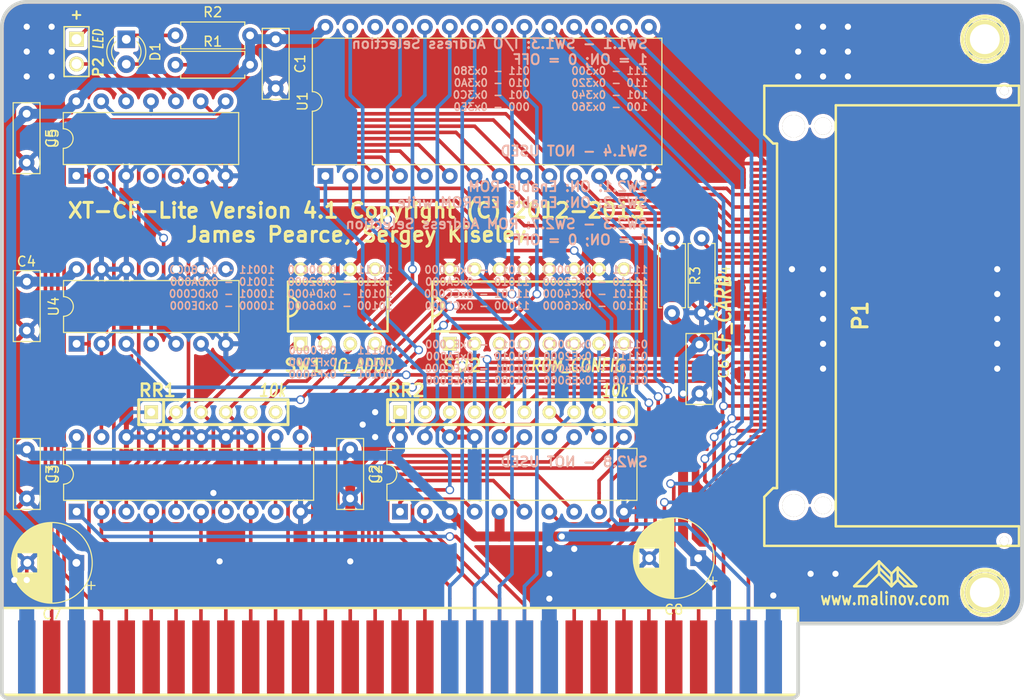
<source format=kicad_pcb>
(kicad_pcb (version 20221018) (generator pcbnew)
  (title_block (date "6 apr 2013"))
  (layers (0 "F.Cu" signal "Front") (31 "B.Cu" signal "Back") (34 "B.Paste" user) (35 "F.Paste" user) (36 "B.SilkS" user "B.Silkscreen") (37 "F.SilkS" user "F.Silkscreen") (38 "B.Mask" user) (39 "F.Mask" user) (44 "Edge.Cuts" user))
  (net 0 "")
  (net 1 "/A0")
  (net 2 "/A1")
  (net 3 "/A10")
  (net 4 "/A11")
  (net 5 "/A12")
  (net 6 "/A13")
  (net 7 "/A14")
  (net 8 "/A15")
  (net 9 "/A16")
  (net 10 "/A17")
  (net 11 "/A18")
  (net 12 "/A19")
  (net 13 "/A2")
  (net 14 "/A3")
  (net 15 "/A4")
  (net 16 "/A5")
  (net 17 "/A6")
  (net 18 "/A7")
  (net 19 "/A8")
  (net 20 "/A9")
  (net 21 "/AEN")
  (net 22 "/CF_DMARQ")
  (net 23 "/CF_IORDY")
  (net 24 "/D0")
  (net 25 "/D1")
  (net 26 "/D2")
  (net 27 "/D3")
  (net 28 "/D4")
  (net 29 "/D5")
  (net 30 "/D6")
  (net 31 "/D7")
  (net 32 "/RESETDRV")
  (net 33 "/~{CF_CS0}")
  (net 34 "/~{CF_CS1}")
  (net 35 "/~{CF_DASP}")
  (net 36 "/~{CF_RESET}")
  (net 37 "/~{IOR}")
  (net 38 "/~{IOW}")
  (net 39 "/~{MEMR}")
  (net 40 "/~{MEMW}")
  (net 41 "/~{ROMW}")
  (net 42 "/~{ROM_CS}")
  (net 43 "GND")
  (net 44 "Net-(D1-A)")
  (net 45 "VCC")
  (net 46 "Net-(D1-K)")
  (net 62 "Net-(P2-PM)")
  (net 63 "Net-(P2-P1)")
  (net 66 "Net-(SW1-P1)")
  (net 67 "Net-(SW1-P2)")
  (net 68 "Net-(SW1-P3)")
  (net 70 "Net-(U2-Q6)")
  (net 71 "Net-(U2-Q5)")
  (net 72 "Net-(U2-Q4)")
  (net 73 "Net-(U2-Q3)")
  (net 74 "Net-(U2-Q2)")
  (net 75 "Net-(U2-~{G})")
  (net 76 "/RDY{slash}~{BUSY}")
  (net 82 "Net-(U3-~{P=Q})")
  (net 83 "Net-(U4-Pad4)")
  (net 87 "Net-(U5-Pad11)")
  (footprint "xtcfide:HOLE_3MM" (layer "F.Cu") (at 201.93 67.31)
    (fp_text reference "HOLE1" hide)
    (fp_text value "CONN_1" hide)
  )
  (footprint "xtcfide:HOLE_3MM" (layer "F.Cu") (at 201.93 123.825)
    (fp_text reference "HOLE2" hide)
    (fp_text value "CONN_1" hide)
  )
  (footprint "xtcfide:SIL-6" (layer "F.Cu") (at 123.19 105.41)
    (fp_text reference "RR1")
    (fp_text value "10k")
  )
  (footprint "Package_DIP:DIP-28_W15.24mm" (layer "F.Cu") (at 134.62 81.29 90)
    (fp_text reference "U1")
    (fp_text value "28C64")
  )
  (footprint "Package_DIP:DIP-14_W7.62mm" (layer "F.Cu") (at 109.2 81.27 90)
    (fp_text reference "U5")
    (fp_text value "74LS04")
  )
  (footprint "Package_DIP:DIP-20_W7.62mm" (layer "F.Cu") (at 109.23 115.57 90)
    (fp_text reference "U3")
    (fp_text value "74LS688")
  )
  (footprint "xtcfide:DIP8_300" (layer "F.Cu") (at 135.89 94.615)
    (fp_text reference "SW1")
    (fp_text value "IO_ADDR")
  )
  (footprint "Capacitor_THT:C_Disc_D7.0mm_W2.5mm_P5.00mm" (layer "F.Cu") (at 129.55 67.325 -90)
    (fp_text reference "C1")
    (fp_text value "0.1uF")
  )
  (footprint "Capacitor_THT:CP_Radial_D8.0mm_P5.00mm" (layer "F.Cu") (at 172.677651 120.325 180)
    (fp_text reference "C8")
    (fp_text value "10uF")
  )
  (footprint "Capacitor_THT:CP_Radial_D8.0mm_P5.00mm" (layer "F.Cu") (at 109.202651 120.8 180)
    (fp_text reference "C7")
    (fp_text value "10uF")
  )
  (footprint "Capacitor_THT:C_Disc_D7.0mm_W2.5mm_P5.00mm" (layer "F.Cu") (at 172.8 98.5 -90)
    (fp_text reference "C6")
    (fp_text value "0.1uF")
  )
  (footprint "Capacitor_THT:C_Disc_D7.0mm_W2.5mm_P5.00mm" (layer "F.Cu") (at 104.125 74.925 -90)
    (fp_text reference "C5")
    (fp_text value "0.1uF")
  )
  (footprint "Capacitor_THT:C_Disc_D7.0mm_W2.5mm_P5.00mm" (layer "F.Cu") (at 104.14 92.075 -90)
    (fp_text reference "C4")
    (fp_text value "0.1uF")
  )
  (footprint "Capacitor_THT:C_Disc_D7.0mm_W2.5mm_P5.00mm" (layer "F.Cu") (at 104.15 109.225 -90)
    (fp_text reference "C3")
    (fp_text value "0.1uF")
  )
  (footprint "Capacitor_THT:C_Disc_D7.0mm_W2.5mm_P5.00mm" (layer "F.Cu") (at 137.15 109.225 -90)
    (fp_text reference "C2")
    (fp_text value "0.1uF")
  )
  (footprint "xtcfide:Conn_Bus_ISA8" (layer "F.Cu") (at 142.24 130.4925)
    (fp_text reference "BUS1" hide)
    (fp_text value "BUSPC_DEV" hide)
  )
  (footprint "Package_DIP:DIP-14_W7.62mm" (layer "F.Cu") (at 109.225 98.425 90)
    (fp_text reference "U4")
    (fp_text value "74LS32")
  )
  (footprint "xtcfide:PIN_ARRAY_2X1" (layer "F.Cu") (at 109.22 68.58 -90)
    (fp_text reference "P2")
    (fp_text value "LED")
  )
  (footprint "Resistor_THT:R_Axial_DIN0207_L6.3mm_D2.5mm_P7.62mm_Horizontal" (layer "F.Cu") (at 119.315 69.925)
    (fp_text reference "R1")
    (fp_text value "330")
  )
  (footprint "Resistor_THT:R_Axial_DIN0207_L6.3mm_D2.5mm_P7.62mm_Horizontal" (layer "F.Cu") (at 119.315 66.925)
    (fp_text reference "R2")
    (fp_text value "470")
  )
  (footprint "Resistor_THT:R_Axial_DIN0207_L6.3mm_D2.5mm_P7.62mm_Horizontal" (layer "F.Cu") (at 170 87.665 -90)
    (fp_text reference "R3")
    (fp_text value "1k")
  )
  (footprint "Resistor_THT:R_Axial_DIN0207_L6.3mm_D2.5mm_P7.62mm_Horizontal" (layer "F.Cu") (at 173.025 87.64 -90)
    (fp_text reference "R4")
    (fp_text value "5.6k")
  )
  (footprint "LED_THT:LED_D3.0mm" (layer "F.Cu") (at 114.3 67.325 -90)
    (fp_text reference "D1")
    (fp_text value "LED")
  )
  (footprint "xtcfide:DIP16_300" (layer "F.Cu") (at 156.21 94.615)
    (fp_text reference "SW2")
    (fp_text value "ROM_CONFIG")
  )
  (footprint "xtcfide:SIL-10" (layer "F.Cu") (at 153.67 105.41)
    (fp_text reference "RR2")
    (fp_text value "10k")
  )
  (footprint "Package_DIP:DIP-20_W7.62mm" (layer "F.Cu") (at 142.235 115.575 90)
    (fp_text reference "U2")
    (fp_text value "74LS688")
  )
  (footprint "xtcfide:CF_N7E50-Q516XX-40" (layer "F.Cu") (at 185.42 95.5675 90)
    (fp_text reference "P1")
    (fp_text value "CF_CARD")
  )
  (gr_line (start 193.04 122.555) (end 192.405 123.19) (stroke (width 0.254)) (layer "F.SilkS"))
  (gr_line (start 191.135 120.65) (end 191.135 121.92) (stroke (width 0.254)) (layer "F.SilkS"))
  (gr_line (start 191.135 121.92) (end 189.865 123.19) (stroke (width 0.254)) (layer "F.SilkS"))
  (gr_line (start 191.135 120.65) (end 192.405 121.92) (stroke (width 0.254)) (layer "F.SilkS"))
  (gr_line (start 193.04 121.285) (end 194.945 123.19) (stroke (width 0.254)) (layer "F.SilkS"))
  (gr_line (start 193.04 121.285) (end 193.04 122.555) (stroke (width 0.254)) (layer "F.SilkS"))
  (gr_line (start 192.405 121.92) (end 193.04 121.285) (stroke (width 0.254)) (layer "F.SilkS"))
  (gr_line (start 193.04 121.92) (end 194.31 123.19) (stroke (width 0.254)) (layer "F.SilkS"))
  (gr_line (start 189.865 123.19) (end 188.595 123.19) (stroke (width 0.254)) (layer "F.SilkS"))
  (gr_line (start 192.405 121.92) (end 192.405 123.19) (stroke (width 0.254)) (layer "F.SilkS"))
  (gr_line (start 194.945 123.19) (end 193.675 123.19) (stroke (width 0.254)) (layer "F.SilkS"))
  (gr_line (start 192.405 123.19) (end 191.135 121.92) (stroke (width 0.254)) (layer "F.SilkS"))
  (gr_line (start 188.595 123.19) (end 191.135 120.65) (stroke (width 0.254)) (layer "F.SilkS"))
  (gr_line (start 193.675 123.19) (end 193.04 122.555) (stroke (width 0.254)) (layer "F.SilkS"))
  (gr_line (start 191.135 121.285) (end 192.405 122.555) (stroke (width 0.254)) (layer "F.SilkS"))
  (gr_arc (start 102.235 134.62) (mid 101.785987 134.434013) (end 101.6 133.985) (stroke (width 0.381)) (layer "Edge.Cuts"))
  (gr_arc (start 205.74 124.46) (mid 204.996051 126.256051) (end 203.2 127) (stroke (width 0.381)) (layer "Edge.Cuts"))
  (gr_line (start 182.88 133.985) (end 182.88 127) (stroke (width 0.381)) (layer "Edge.Cuts"))
  (gr_line (start 102.235 134.62) (end 182.245 134.62) (stroke (width 0.381)) (layer "Edge.Cuts"))
  (gr_line (start 104.14 63.5) (end 203.2 63.5) (stroke (width 0.381)) (layer "Edge.Cuts"))
  (gr_arc (start 203.2 63.5) (mid 204.996051 64.243949) (end 205.74 66.04) (stroke (width 0.381)) (layer "Edge.Cuts"))
  (gr_line (start 205.74 124.46) (end 205.74 66.04) (stroke (width 0.381)) (layer "Edge.Cuts"))
  (gr_line (start 203.2 127) (end 182.88 127) (stroke (width 0.381)) (layer "Edge.Cuts"))
  (gr_line (start 101.6 133.985) (end 101.6 66.04) (stroke (width 0.381)) (layer "Edge.Cuts"))
  (gr_arc (start 182.88 133.985) (mid 182.694013 134.434013) (end 182.245 134.62) (stroke (width 0.381)) (layer "Edge.Cuts"))
  (gr_arc (start 101.6 66.04) (mid 102.343949 64.243949) (end 104.14 63.5) (stroke (width 0.381)) (layer "Edge.Cuts"))
  (gr_text "111 - 0x300\n110 - 0x320\n101 - 0x340\n100 - 0x360" (at 167.64 72.39) (layer "B.SilkS") (effects (font (size 0.762 0.762) (thickness 0.1524)) (justify left mirror)))
  (gr_text "11011 - 0xC8000\n11010 - 0xCA000\n11001 - 0xCC000\n11000 - 0xCE000" (at 155.575 92.71) (layer "B.SilkS") (effects (font (size 0.762 0.762) (thickness 0.1524)) (justify left mirror)))
  (gr_text "SW2.8 - NOT USED" (at 167.64 110.49) (layer "B.SilkS") (effects (font (size 1.016 1.016) (thickness 0.2032)) (justify left mirror)))
  (gr_text "01011 - 0xE8000\n01010 - 0xEA000\n01001 - 0xEC000\n01000 - 0xEE000" (at 155.575 100.33) (layer "B.SilkS") (effects (font (size 0.762 0.762) (thickness 0.1524)) (justify left mirror)))
  (gr_text "SW1.4 - NOT USED" (at 167.64 78.74) (layer "B.SilkS") (effects (font (size 1.016 1.016) (thickness 0.2032)) (justify left mirror)))
  (gr_text "10011 - 0xD8000\n10010 - 0xDA000\n10001 - 0xDC000\n10000 - 0xDE000" (at 129.54 92.71) (layer "B.SilkS") (effects (font (size 0.762 0.762) (thickness 0.1524)) (justify left mirror)))
  (gr_text "011 - 0x380\n010 - 0x3A0\n001 - 0x3C0\n000 - 0x3E0" (at 155.575 72.39) (layer "B.SilkS") (effects (font (size 0.762 0.762) (thickness 0.1524)) (justify left mirror)))
  (gr_text "01111 - 0xE0000\n01110 - 0xE2000\n01101 - 0xE4000\n01100 - 0xE6000" (at 167.64 100.33) (layer "B.SilkS") (effects (font (size 0.762 0.762) (thickness 0.1524)) (justify left mirror)))
  (gr_text "SW1.1 - SW1.3: I/O Address Selection\n1 = ON; 0 = OFF" (at 167.64 68.58) (layer "B.SilkS") (effects (font (size 1.016 1.016) (thickness 0.2032)) (justify left mirror)))
  (gr_text "SW2.3 - SW2.7: ROM Address Selection\n1 = ON; 0 = OFF" (at 167.64 86.995) (layer "B.SilkS") (effects (font (size 1.016 1.016) (thickness 0.2032)) (justify left mirror)))
  (gr_text "SW2.1: ON: Enable ROM\nSW2.2: ON: Enable EEPROM write" (at 167.64 83.185) (layer "B.SilkS") (effects (font (size 1.016 1.016) (thickness 0.2032)) (justify left mirror)))
  (gr_text "10111 - 0xD0000\n10110 - 0xD2000\n10101 - 0xD4000\n10100 - 0xD6000" (at 141.605 92.71) (layer "B.SilkS") (effects (font (size 0.762 0.762) (thickness 0.1524)) (justify left mirror)))
  (gr_text "00111 - 0xF0000\n00110 - 0xF2000\n00101 - 0xF4000" (at 141.605 100.33) (layer "B.SilkS") (effects (font (size 0.762 0.762) (thickness 0.1524)) (justify left mirror)))
  (gr_text "11111 - 0xC0000\n11110 - 0xC2000\n11101 - 0xC4000\n11100 - 0xC6000" (at 167.64 92.71) (layer "B.SilkS") (effects (font (size 0.762 0.762) (thickness 0.1524)) (justify left mirror)))
  (gr_text "XT-CF-Lite Version 4.1 Copyright (C) 2012-2013\nJames Pearce, Sergey Kiselev" (at 137.795 86.0425) (layer "F.SilkS") (effects (font (size 1.524 1.524) (thickness 0.3048))))
  (gr_text "+" (at 109.22 64.77) (layer "F.SilkS") (effects (font (size 1.016 1.016) (thickness 0.2032)) (justify mirror)))
  (gr_text "www.malinov.com" (at 191.77 124.46) (layer "F.SilkS") (effects (font (size 1.27 1.016) (thickness 0.2032))))
  (segment (start 151.765 75.565) (end 157.48 81.28) (width 0.3683) (layer "F.Cu") (net 1))
  (segment (start 106.045 77.47) (end 107.95 75.565) (width 0.3683) (layer "F.Cu") (net 1))
  (segment (start 104.14 130.4925) (end 104.14 125.095) (width 0.3683) (layer "F.Cu") (net 1))
  (segment (start 106.045 122.555) (end 106.045 77.47) (width 0.3683) (layer "F.Cu") (net 1))
  (segment (start 107.95 75.565) (end 151.765 75.565) (width 0.3683) (layer "F.Cu") (net 1))
  (segment (start 104.14 125.095) (end 104.14 124.46) (width 0.3683) (layer "F.Cu") (net 1))
  (segment (start 104.14 124.46) (end 106.045 122.555) (width 0.3683) (layer "F.Cu") (net 1))
  (segment (start 158.75 85.09) (end 154.94 81.28) (width 0.3683) (layer "F.Cu") (net 2))
  (segment (start 175.26 86.995) (end 173.355 85.09) (width 0.3683) (layer "F.Cu") (net 2))
  (segment (start 173.355 85.09) (end 158.75 85.09) (width 0.3683) (layer "F.Cu") (net 2))
  (segment (start 106.68 130.4925) (end 106.68 78.105) (width 0.3683) (layer "F.Cu") (net 2))
  (segment (start 108.585 76.2) (end 149.86 76.2) (width 0.3683) (layer "F.Cu") (net 2))
  (segment (start 179.66944 86.995) (end 175.26 86.995) (width 0.3683) (layer "F.Cu") (net 2))
  (segment (start 149.86 76.2) (end 154.94 81.28) (width 0.3683) (layer "F.Cu") (net 2))
  (segment (start 106.68 78.105) (end 108.585 76.2) (width 0.3683) (layer "F.Cu") (net 2))
  (segment (start 133.35 119.38) (end 129.54 123.19) (width 0.3683) (layer "F.Cu") (net 3))
  (segment (start 146.685 93.98) (end 147.32 93.345) (width 0.3683) (layer "F.Cu") (net 3))
  (segment (start 129.54 123.19) (end 129.54 130.4925) (width 0.3683) (layer "F.Cu") (net 3))
  (segment (start 140.335 100.33) (end 133.35 107.315) (width 0.3683) (layer "F.Cu") (net 3))
  (segment (start 140.335 100.33) (end 141.605 99.06) (width 0.3683) (layer "F.Cu") (net 3))
  (segment (start 141.605 99.06) (end 146.685 93.98) (width 0.3683) (layer "F.Cu") (net 3))
  (segment (start 133.35 107.95) (end 133.35 107.315) (width 0.3683) (layer "F.Cu") (net 3))
  (segment (start 133.35 112.395) (end 133.35 107.95) (width 0.3683) (layer "F.Cu") (net 3))
  (segment (start 133.35 112.395) (end 133.35 119.38) (width 0.3683) (layer "F.Cu") (net 3))
  (segment (start 147.32 93.345) (end 153.67 93.345) (width 0.3683) (layer "F.Cu") (net 3))
  (via (at 153.67 93.345) (size 0.889) (drill 0.635) (layers "F.Cu" "B.Cu") (net 3))
  (segment (start 152.4 66.04) (end 152.4 73.025) (width 0.3683) (layer "B.Cu") (net 3))
  (segment (start 153.67 93.345) (end 153.67 74.295) (width 0.3683) (layer "B.Cu") (net 3))
  (segment (start 152.4 73.025) (end 153.67 74.295) (width 0.3683) (layer "B.Cu") (net 3))
  (segment (start 132.08 123.19) (end 132.08 130.4925) (width 0.3683) (layer "F.Cu") (net 4))
  (segment (start 146.685 95.25) (end 147.32 94.615) (width 0.3683) (layer "F.Cu") (net 4))
  (segment (start 134.62 115.57) (end 134.62 120.65) (width 0.3683) (layer "F.Cu") (net 4))
  (segment (start 140.97 100.965) (end 134.62 107.315) (width 0.3683) (layer "F.Cu") (net 4))
  (segment (start 134.62 107.315) (end 134.62 115.57) (width 0.3683) (layer "F.Cu") (net 4))
  (segment (start 142.875 99.06) (end 146.685 95.25) (width 0.3683) (layer "F.Cu") (net 4))
  (segment (start 142.24 99.695) (end 142.875 99.06) (width 0.3683) (layer "F.Cu") (net 4))
  (segment (start 134.62 120.65) (end 132.08 123.19) (width 0.3683) (layer "F.Cu") (net 4))
  (segment (start 140.97 100.965) (end 142.24 99.695) (width 0.3683) (layer "F.Cu") (net 4))
  (via (at 147.32 94.615) (size 0.889) (drill 0.635) (layers "F.Cu" "B.Cu") (net 4))
  (segment (start 146.05 93.345) (end 146.05 74.295) (width 0.3683) (layer "B.Cu") (net 4))
  (segment (start 147.32 66.04) (end 147.32 73.025) (width 0.3683) (layer "B.Cu") (net 4))
  (segment (start 147.32 94.615) (end 146.05 93.345) (width 0.3683) (layer "B.Cu") (net 4))
  (segment (start 147.32 73.025) (end 146.05 74.295) (width 0.3683) (layer "B.Cu") (net 4))
  (segment (start 135.89 107.315) (end 140.335 102.87) (width 0.3683) (layer "F.Cu") (net 5))
  (segment (start 135.89 116.84) (end 135.89 107.95) (width 0.3683) (layer "F.Cu") (net 5))
  (segment (start 135.89 121.92) (end 134.62 123.19) (width 0.3683) (layer "F.Cu") (net 5))
  (segment (start 142.875 100.33) (end 144.145 99.06) (width 0.3683) (layer "F.Cu") (net 5))
  (segment (start 134.62 130.4925) (end 134.62 123.19) (width 0.3683) (layer "F.Cu") (net 5))
  (segment (start 140.335 102.87) (end 142.875 100.33) (width 0.3683) (layer "F.Cu") (net 5))
  (segment (start 135.89 107.95) (end 135.89 107.315) (width 0.3683) (layer "F.Cu") (net 5))
  (segment (start 135.89 116.84) (end 135.89 121.92) (width 0.3683) (layer "F.Cu") (net 5))
  (via (at 144.145 99.06) (size 0.889) (drill 0.635) (layers "F.Cu" "B.Cu") (net 5))
  (segment (start 137.16 84.455) (end 137.16 81.28) (width 0.3683) (layer "B.Cu") (net 5))
  (segment (start 144.145 99.06) (end 140.97 95.885) (width 0.3683) (layer "B.Cu") (net 5))
  (segment (start 140.97 88.265) (end 137.16 84.455) (width 0.3683) (layer "B.Cu") (net 5))
  (segment (start 140.97 95.885) (end 140.97 88.265) (width 0.3683) (layer "B.Cu") (net 5))
  (segment (start 138.43 121.92) (end 138.43 111.76) (width 0.3683) (layer "F.Cu") (net 6))
  (segment (start 137.16 123.19) (end 138.43 121.92) (width 0.3683) (layer "F.Cu") (net 6))
  (segment (start 140.335 109.855) (end 139.7 110.49) (width 0.3683) (layer "F.Cu") (net 6))
  (segment (start 137.16 130.4925) (end 137.16 123.19) (width 0.3683) (layer "F.Cu") (net 6))
  (segment (start 153.035 109.855) (end 140.335 109.855) (width 0.3683) (layer "F.Cu") (net 6))
  (segment (start 153.035 109.855) (end 154.94 107.95) (width 0.3683) (layer "F.Cu") (net 6))
  (segment (start 138.43 111.76) (end 139.7 110.49) (width 0.3683) (layer "F.Cu") (net 6))
  (segment (start 139.065 122.555) (end 139.065 112.395) (width 0.3683) (layer "F.Cu") (net 7))
  (segment (start 139.7 130.4925) (end 139.7 123.19) (width 0.3683) (layer "F.Cu") (net 7))
  (segment (start 157.48 110.49) (end 140.97 110.49) (width 0.3683) (layer "F.Cu") (net 7))
  (segment (start 139.065 112.395) (end 140.335 111.125) (width 0.3683) (layer "F.Cu") (net 7))
  (segment (start 139.7 123.19) (end 139.065 122.555) (width 0.3683) (layer "F.Cu") (net 7))
  (segment (start 157.48 110.49) (end 160.02 107.95) (width 0.3683) (layer "F.Cu") (net 7))
  (segment (start 140.97 110.49) (end 140.335 111.125) (width 0.3683) (layer "F.Cu") (net 7))
  (segment (start 140.97 111.76) (end 141.605 111.125) (width 0.3683) (layer "F.Cu") (net 8))
  (segment (start 142.24 123.19) (end 139.7 120.65) (width 0.3683) (layer "F.Cu") (net 8))
  (segment (start 141.605 111.125) (end 161.925 111.125) (width 0.3683) (layer "F.Cu") (net 8))
  (segment (start 142.24 130.4925) (end 142.24 123.19) (width 0.3683) (layer "F.Cu") (net 8))
  (segment (start 139.7 113.03) (end 140.97 111.76) (width 0.3683) (layer "F.Cu") (net 8))
  (segment (start 161.925 111.125) (end 165.1 107.95) (width 0.3683) (layer "F.Cu") (net 8))
  (segment (start 139.7 120.65) (end 139.7 113.03) (width 0.3683) (layer "F.Cu") (net 8))
  (segment (start 140.335 118.745) (end 140.335 113.665) (width 0.3683) (layer "F.Cu") (net 9))
  (segment (start 156.20492 111.75492) (end 160.02 115.57) (width 0.3683) (layer "F.Cu") (net 9))
  (segment (start 140.97 113.03) (end 140.97 113.02492) (width 0.3683) (layer "F.Cu") (net 9))
  (segment (start 140.97 113.02492) (end 142.24 111.75492) (width 0.3683) (layer "F.Cu") (net 9))
  (segment (start 142.24 111.75492) (end 156.20492 111.75492) (width 0.3683) (layer "F.Cu") (net 9))
  (segment (start 140.335 113.665) (end 140.97 113.03) (width 0.3683) (layer "F.Cu") (net 9))
  (segment (start 144.78 130.4925) (end 144.78 123.19) (width 0.3683) (layer "F.Cu") (net 9))
  (segment (start 144.78 123.19) (end 140.335 118.745) (width 0.3683) (layer "F.Cu") (net 9))
  (segment (start 142.875 112.395) (end 151.765 112.395) (width 0.3683) (layer "F.Cu") (net 10))
  (segment (start 147.32 130.4925) (end 147.32 124.46) (width 0.3683) (layer "F.Cu") (net 10))
  (segment (start 147.32 123.19) (end 140.97 116.84) (width 0.3683) (layer "F.Cu") (net 10))
  (segment (start 140.97 116.84) (end 140.97 114.3) (width 0.3683) (layer "F.Cu") (net 10))
  (segment (start 147.32 124.46) (end 147.32 123.19) (width 0.3683) (layer "F.Cu") (net 10))
  (segment (start 140.97 114.3) (end 142.875 112.395) (width 0.3683) (layer "F.Cu") (net 10))
  (segment (start 151.765 112.395) (end 154.94 115.57) (width 0.3683) (layer "F.Cu") (net 10))
  (segment (start 148.59 114.3) (end 149.86 115.57) (width 0.3683) (layer "F.Cu") (net 11))
  (segment (start 143.51 116.84) (end 143.51 114.935) (width 0.3683) (layer "F.Cu") (net 11))
  (segment (start 143.51 114.935) (end 144.145 114.3) (width 0.3683) (layer "F.Cu") (net 11))
  (segment (start 149.86 130.4925) (end 149.86 124.46) (width 0.3683) (layer "F.Cu") (net 11))
  (segment (start 149.86 123.19) (end 143.51 116.84) (width 0.3683) (layer "F.Cu") (net 11))
  (segment (start 149.86 124.46) (end 149.86 123.19) (width 0.3683) (layer "F.Cu") (net 11))
  (segment (start 144.145 114.3) (end 148.59 114.3) (width 0.3683) (layer "F.Cu") (net 11))
  (segment (start 144.78 116.205) (end 144.78 115.57) (width 0.3683) (layer "F.Cu") (net 12))
  (segment (start 144.78 116.205) (end 144.78 116.84) (width 0.3683) (layer "F.Cu") (net 12))
  (segment (start 152.4 130.4925) (end 152.4 124.46) (width 0.3683) (layer "F.Cu") (net 12))
  (segment (start 144.78 116.84) (end 152.4 124.46) (width 0.3683) (layer "F.Cu") (net 12))
  (segment (start 147.955 76.835) (end 109.22 76.835) (width 0.3683) (layer "F.Cu") (net 13))
  (segment (start 109.22 76.835) (end 107.315 78.74) (width 0.3683) (layer "F.Cu") (net 13))
  (segment (start 179.66944 88.265) (end 175.515 88.265) (width 0.3683) (layer "F.Cu") (net 13))
  (segment (start 107.315 122.555) (end 109.22 124.46) (width 0.3683) (layer "F.Cu") (net 13))
  (segment (start 172.975 85.725) (end 156.845 85.725) (width 0.3683) (layer "F.Cu") (net 13))
  (segment (start 175.515 88.265) (end 172.975 85.725) (width 0.3683) (layer "F.Cu") (net 13))
  (segment (start 107.315 78.74) (end 107.315 122.555) (width 0.3683) (layer "F.Cu") (net 13))
  (segment (start 109.22 124.46) (end 109.22 130.4925) (width 0.3683) (layer "F.Cu") (net 13))
  (segment (start 156.845 85.725) (end 147.955 76.835) (width 0.3683) (layer "F.Cu") (net 13))
  (segment (start 172.61 89.535) (end 171.475 88.4) (width 0.3683) (layer "F.Cu") (net 14))
  (segment (start 171.475 88.4) (end 171.475 86.85) (width 0.3683) (layer "F.Cu") (net 14))
  (segment (start 179.66944 89.535) (end 172.61 89.535) (width 0.3683) (layer "F.Cu") (net 14))
  (segment (start 111.76 125.73) (end 111.76 130.4925) (width 0.3683) (layer "F.Cu") (net 14))
  (segment (start 170.985 86.36) (end 154.94 86.36) (width 0.3683) (layer "F.Cu") (net 14))
  (segment (start 171.475 86.85) (end 170.985 86.36) (width 0.3683) (layer "F.Cu") (net 14))
  (segment (start 107.95 121.92) (end 111.76 125.73) (width 0.3683) (layer "F.Cu") (net 14))
  (segment (start 154.94 86.36) (end 146.05 77.47) (width 0.3683) (layer "F.Cu") (net 14))
  (segment (start 109.855 77.47) (end 107.95 79.375) (width 0.3683) (layer "F.Cu") (net 14))
  (segment (start 107.95 79.375) (end 107.95 121.92) (width 0.3683) (layer "F.Cu") (net 14))
  (segment (start 146.05 77.47) (end 109.855 77.47) (width 0.3683) (layer "F.Cu") (net 14))
  (segment (start 110.49 80.645) (end 110.49 81.28) (width 0.3683) (layer "F.Cu") (net 15))
  (segment (start 114.3 130.4925) (end 114.3 123.19) (width 0.3683) (layer "F.Cu") (net 15))
  (segment (start 109.22 98.425) (end 110.49 98.425) (width 0.3683) (layer "F.Cu") (net 15))
  (segment (start 113.03 78.105) (end 144.145 78.105) (width 0.3683) (layer "F.Cu") (net 15))
  (segment (start 110.49 99.06) (end 110.49 119.38) (width 0.3683) (layer "F.Cu") (net 15))
  (segment (start 144.145 78.105) (end 147.32 81.28) (width 0.3683) (layer "F.Cu") (net 15))
  (segment (start 114.3 123.19) (end 110.49 119.38) (width 0.3683) (layer "F.Cu") (net 15))
  (segment (start 110.49 81.28) (end 110.49 98.425) (width 0.3683) (layer "F.Cu") (net 15))
  (segment (start 113.03 78.105) (end 110.49 80.645) (width 0.3683) (layer "F.Cu") (net 15))
  (segment (start 110.49 98.425) (end 110.49 99.06) (width 0.3683) (layer "F.Cu") (net 15))
  (segment (start 109.22 81.28) (end 110.49 81.28) (width 0.3683) (layer "F.Cu") (net 15))
  (segment (start 111.76 118.11) (end 116.84 123.19) (width 0.3683) (layer "F.Cu") (net 16))
  (segment (start 111.76 112.395) (end 113.03 111.125) (width 0.3683) (layer "F.Cu") (net 16))
  (segment (start 113.03 80.645) (end 114.935 78.74) (width 0.3683) (layer "F.Cu") (net 16))
  (segment (start 114.935 78.74) (end 142.24 78.74) (width 0.3683) (layer "F.Cu") (net 16))
  (segment (start 111.76 115.57) (end 111.76 112.395) (width 0.3683) (layer "F.Cu") (net 16))
  (segment (start 116.84 123.19) (end 116.84 130.4925) (width 0.3683) (layer "F.Cu") (net 16))
  (segment (start 111.76 115.57) (end 111.76 118.11) (width 0.3683) (layer "F.Cu") (net 16))
  (segment (start 142.24 78.74) (end 144.78 81.28) (width 0.3683) (layer "F.Cu") (net 16))
  (segment (start 113.03 111.125) (end 113.03 80.645) (width 0.3683) (layer "F.Cu") (net 16))
  (segment (start 140.335 79.375) (end 142.24 81.28) (width 0.3683) (layer "F.Cu") (net 17))
  (segment (start 115.57 116.84) (end 113.665 116.84) (width 0.3683) (layer "F.Cu") (net 17))
  (segment (start 115.57 81.915) (end 115.57 80.32242) (width 0.3683) (layer "F.Cu") (net 17))
  (segment (start 116.84 116.84) (end 116.84 115.57) (width 0.3683) (layer "F.Cu") (net 17))
  (segment (start 116.84 119.38) (end 116.84 116.84) (width 0.3683) (layer "F.Cu") (net 17))
  (segment (start 116.5225 79.36992) (end 119.38508 79.36992) (width 0.3683) (layer "F.Cu") (net 17))
  (segment (start 115.57 102.87) (end 115.57 81.915) (width 0.3683) (layer "F.Cu") (net 17))
  (segment (start 115.57 110.49) (end 115.57 102.87) (width 0.3683) (layer "F.Cu") (net 17))
  (segment (start 113.03 113.03) (end 115.57 110.49) (width 0.3683) (layer "F.Cu") (net 17))
  (segment (start 116.84 120.65) (end 116.84 119.38) (width 0.3683) (layer "F.Cu") (net 17))
  (segment (start 116.84 116.84) (end 115.57 116.84) (width 0.3683) (layer "F.Cu") (net 17))
  (segment (start 113.03 116.205) (end 113.03 113.03) (width 0.3683) (layer "F.Cu") (net 17))
  (segment (start 119.38 130.4925) (end 119.38 123.19) (width 0.3683) (layer "F.Cu") (net 17))
  (segment (start 115.57 80.32242) (end 116.5225 79.36992) (width 0.3683) (layer "F.Cu") (net 17))
  (segment (start 140.335 79.36992) (end 140.335 79.375) (width 0.3683) (layer "F.Cu") (net 17))
  (segment (start 119.38508 79.36992) (end 140.335 79.36992) (width 0.3683) (layer "F.Cu") (net 17))
  (segment (start 119.38 123.19) (end 116.84 120.65) (width 0.3683) (layer "F.Cu") (net 17))
  (segment (start 113.665 116.84) (end 113.03 116.205) (width 0.3683) (layer "F.Cu") (net 17))
  (segment (start 118.745 80.01) (end 121.285 80.01) (width 0.3683) (layer "F.Cu") (net 18))
  (segment (start 118.745 116.84) (end 118.11 116.205) (width 0.3683) (layer "F.Cu") (net 18))
  (segment (start 118.11 116.205) (end 118.11 113.03) (width 0.3683) (layer "F.Cu") (net 18))
  (segment (start 118.11 81.915) (end 118.11 80.645) (width 0.3683) (layer "F.Cu") (net 18))
  (segment (start 118.11 113.03) (end 120.65 110.49) (width 0.3683) (layer "F.Cu") (net 18))
  (segment (start 121.92 116.84) (end 121.92 115.57) (width 0.3683) (layer "F.Cu") (net 18))
  (segment (start 121.92 116.84) (end 118.745 116.84) (width 0.3683) (layer "F.Cu") (net 18))
  (segment (start 118.11 81.915) (end 118.11 85.09) (width 0.3683) (layer "F.Cu") (net 18))
  (segment (start 118.11 85.09) (end 120.65 87.63) (width 0.3683) (layer "F.Cu") (net 18))
  (segment (start 121.92 130.4925) (end 121.92 116.84) (width 0.3683) (layer "F.Cu") (net 18))
  (segment (start 118.11 80.645) (end 118.745 80.01) (width 0.3683) (layer "F.Cu") (net 18))
  (segment (start 120.65 110.49) (end 120.65 87.63) (width 0.3683) (layer "F.Cu") (net 18))
  (segment (start 139.7 81.28) (end 138.43 80.01) (width 0.3683) (layer "F.Cu") (net 18))
  (segment (start 138.43 80.01) (end 121.285 80.01) (width 0.3683) (layer "F.Cu") (net 18))
  (segment (start 132.715 102.235) (end 135.89 99.06) (width 0.3683) (layer "F.Cu") (net 19))
  (segment (start 127 115.57) (end 127 120.65) (width 0.3683) (layer "F.Cu") (net 19))
  (segment (start 140.335 85.725) (end 135.89 90.17) (width 0.3683) (layer "F.Cu") (net 19))
  (segment (start 127 113.03) (end 128.27 111.76) (width 0.3683) (layer "F.Cu") (net 19))
  (segment (start 127 115.57) (end 127 113.03) (width 0.3683) (layer "F.Cu") (net 19))
  (segment (start 135.89 90.17) (end 135.89 99.06) (width 0.3683) (layer "F.Cu") (net 19))
  (segment (start 124.46 130.4925) (end 124.46 123.19) (width 0.3683) (layer "F.Cu") (net 19))
  (segment (start 128.27 104.775) (end 130.81 102.235) (width 0.3683) (layer "F.Cu") (net 19))
  (segment (start 130.81 102.235) (end 132.715 102.235) (width 0.3683) (layer "F.Cu") (net 19))
  (segment (start 127 120.65) (end 124.46 123.19) (width 0.3683) (layer "F.Cu") (net 19))
  (segment (start 128.27 111.76) (end 128.27 104.775) (width 0.3683) (layer "F.Cu") (net 19))
  (segment (start 140.335 85.725) (end 140.97 85.725) (width 0.3683) (layer "F.Cu") (net 19))
  (via (at 140.97 85.725) (size 0.889) (drill 0.635) (layers "F.Cu" "B.Cu") (net 19))
  (segment (start 140.97 85.725) (end 140.97 74.295) (width 0.3683) (layer "B.Cu") (net 19))
  (segment (start 142.24 73.025) (end 142.24 66.04) (width 0.3683) (layer "B.Cu") (net 19))
  (segment (start 142.24 73.025) (end 140.97 74.295) (width 0.3683) (layer "B.Cu") (net 19))
  (segment (start 132.08 107.95) (end 132.08 111.125) (width 0.3683) (layer "F.Cu") (net 20))
  (segment (start 132.08 106.68) (end 138.43 100.33) (width 0.3683) (layer "F.Cu") (net 20))
  (segment (start 132.08 111.125) (end 130.81 112.395) (width 0.3683) (layer "F.Cu") (net 20))
  (segment (start 143.51 92.075) (end 143.51 90.805) (width 0.3683) (layer "F.Cu") (net 20))
  (segment (start 132.08 107.95) (end 132.08 106.68) (width 0.3683) (layer "F.Cu") (net 20))
  (segment (start 130.81 119.38) (end 127 123.19) (width 0.3683) (layer "F.Cu") (net 20))
  (segment (start 138.43 97.79) (end 138.43 97.155) (width 0.3683) (layer "F.Cu") (net 20))
  (segment (start 142.875 92.71) (end 143.51 92.075) (width 0.3683) (layer "F.Cu") (net 20))
  (segment (start 138.43 97.155) (end 142.875 92.71) (width 0.3683) (layer "F.Cu") (net 20))
  (segment (start 127 130.4925) (end 127 123.19) (width 0.3683) (layer "F.Cu") (net 20))
  (segment (start 138.43 99.695) (end 138.43 97.79) (width 0.3683) (layer "F.Cu") (net 20))
  (segment (start 138.43 99.695) (end 138.43 100.33) (width 0.3683) (layer "F.Cu") (net 20))
  (segment (start 130.81 112.395) (end 130.81 119.38) (width 0.3683) (layer "F.Cu") (net 20))
  (via (at 143.51 90.805) (size 0.889) (drill 0.635) (layers "F.Cu" "B.Cu") (net 20))
  (segment (start 143.51 74.295) (end 143.51 90.805) (width 0.3683) (layer "B.Cu") (net 20))
  (segment (start 144.78 73.025) (end 143.51 74.295) (width 0.3683) (layer "B.Cu") (net 20))
  (segment (start 144.78 66.04) (end 144.78 73.025) (width 0.3683) (layer "B.Cu") (net 20))
  (segment (start 154.94 125.095) (end 154.94 130.4925) (width 0.3683) (layer "F.Cu") (net 21))
  (segment (start 154.94 125.095) (end 148.59 118.745) (width 0.3683) (layer "F.Cu") (net 21))
  (segment (start 147.955 118.11) (end 147.32 118.11) (width 0.3683) (layer "F.Cu") (net 21))
  (segment (start 148.59 118.745) (end 147.955 118.11) (width 0.3683) (layer "F.Cu") (net 21))
  (via (at 147.32 118.11) (size 0.889) (drill 0.635) (layers "F.Cu" "B.Cu") (net 21))
  (segment (start 147.32 118.11) (end 111.76 118.11) (width 0.3683) (layer "B.Cu") (net 21))
  (segment (start 111.76 118.11) (end 109.22 115.57) (width 0.3683) (layer "B.Cu") (net 21))
  (segment (start 173.99 88.9) (end 172.72 87.63) (width 0.3683) (layer "F.Cu") (net 22))
  (segment (start 179.66944 88.9) (end 173.99 88.9) (width 0.3683) (layer "F.Cu") (net 22))
  (segment (start 170.18 88.265) (end 170.18 87.63) (width 0.3683) (layer "F.Cu") (net 23))
  (segment (start 179.66944 90.17) (end 172.085 90.17) (width 0.3683) (layer "F.Cu") (net 23))
  (segment (start 172.085 90.17) (end 170.18 88.265) (width 0.3683) (layer "F.Cu") (net 23))
  (segment (start 170.18 88.265) (end 170.18 87.63) (width 0.3683) (layer "F.Cu") (net 23))
  (segment (start 160.02 124.46) (end 160.02 123.5075) (width 0.3683) (layer "F.Cu") (net 24))
  (segment (start 166.37 111.125) (end 167.64 109.855) (width 0.3683) (layer "F.Cu") (net 24))
  (segment (start 166.37 111.125) (end 166.37 116.5225) (width 0.3683) (layer "F.Cu") (net 24))
  (segment (start 176.2125 85.725) (end 174.3075 83.82) (width 0.3683) (layer "F.Cu") (net 24))
  (segment (start 174.3075 83.82) (end 162.56 83.82) (width 0.3683) (layer "F.Cu") (net 24))
  (segment (start 166.37 116.5225) (end 166.37 117.1575) (width 0.3683) (layer "F.Cu") (net 24))
  (segment (start 160.02 130.4925) (end 160.02 124.46) (width 0.3683) (layer "F.Cu") (net 24))
  (segment (start 162.56 83.82) (end 160.02 81.28) (width 0.3683) (layer "F.Cu") (net 24))
  (segment (start 167.64 109.855) (end 167.64 104.4575) (width 0.3683) (layer "F.Cu") (net 24))
  (segment (start 166.37 117.1575) (end 160.02 123.5075) (width 0.3683) (layer "F.Cu") (net 24))
  (segment (start 179.66944 85.725) (end 176.2125 85.725) (width 0.3683) (layer "F.Cu") (net 24))
  (via (at 167.64 104.4575) (size 0.889) (drill 0.635) (layers "F.Cu" "B.Cu") (net 24))
  (segment (start 166.37 88.9) (end 166.37 88.265) (width 0.3683) (layer "B.Cu") (net 24))
  (segment (start 166.37 103.1875) (end 166.37 88.9) (width 0.3683) (layer "B.Cu") (net 24))
  (segment (start 167.64 104.4575) (end 166.37 103.1875) (width 0.3683) (layer "B.Cu") (net 24))
  (segment (start 160.02 81.915) (end 160.02 81.28) (width 0.3683) (layer "B.Cu") (net 24))
  (segment (start 166.37 88.265) (end 160.02 81.915) (width 0.3683) (layer "B.Cu") (net 24))
  (segment (start 173.99 83.185) (end 169.2275 83.185) (width 0.3683) (layer "F.Cu") (net 25))
  (segment (start 167.3225 116.5225) (end 167.3225 117.475) (width 0.3683) (layer "F.Cu") (net 25))
  (segment (start 179.66944 84.455) (end 176.2125 84.455) (width 0.3683) (layer "F.Cu") (net 25))
  (segment (start 167.3225 117.475) (end 162.56 122.2375) (width 0.3683) (layer "F.Cu") (net 25))
  (segment (start 167.3225 112.395) (end 167.3225 116.5225) (width 0.3683) (layer "F.Cu") (net 25))
  (segment (start 167.3225 111.4425) (end 168.5925 110.1725) (width 0.3683) (layer "F.Cu") (net 25))
  (segment (start 169.2275 83.185) (end 164.465 83.185) (width 0.3683) (layer "F.Cu") (net 25))
  (segment (start 167.3225 112.395) (end 167.3225 111.76) (width 0.3683) (layer "F.Cu") (net 25))
  (segment (start 168.5925 110.1725) (end 168.5925 103.8225) (width 0.3683) (layer "F.Cu") (net 25))
  (segment (start 164.465 83.185) (end 162.56 81.28) (width 0.3683) (layer "F.Cu") (net 25))
  (segment (start 176.2125 84.455) (end 174.9425 83.185) (width 0.3683) (layer "F.Cu") (net 25))
  (segment (start 167.3225 111.76) (end 167.3225 111.4425) (width 0.3683) (layer "F.Cu") (net 25))
  (segment (start 162.56 130.4925) (end 162.56 122.2375) (width 0.3683) (layer "F.Cu") (net 25))
  (segment (start 173.99 83.185) (end 174.9425 83.185) (width 0.3683) (layer "F.Cu") (net 25))
  (via (at 168.5925 103.8225) (size 0.889) (drill 0.635) (layers "F.Cu" "B.Cu") (net 25))
  (segment (start 167.3225 102.5525) (end 167.3225 94.9325) (width 0.3683) (layer "B.Cu") (net 25))
  (segment (start 168.5925 103.8225) (end 167.3225 102.5525) (width 0.3683) (layer "B.Cu") (net 25))
  (segment (start 167.3225 94.9325) (end 167.3225 86.995) (width 0.3683) (layer "B.Cu") (net 25))
  (segment (start 167.3225 86.995) (end 167.3225 86.6775) (width 0.3683) (layer "B.Cu") (net 25))
  (segment (start 167.3225 86.6775) (end 162.56 81.915) (width 0.3683) (layer "B.Cu") (net 25))
  (segment (start 162.56 81.915) (end 162.56 81.28) (width 0.3683) (layer "B.Cu") (net 25))
  (segment (start 168.275 111.76) (end 168.275 117.7925) (width 0.3683) (layer "F.Cu") (net 26))
  (segment (start 168.275 111.76) (end 168.91 111.125) (width 0.3683) (layer "F.Cu") (net 26))
  (segment (start 175.5775 82.55) (end 176.2125 83.185) (width 0.3683) (layer "F.Cu") (net 26))
  (segment (start 165.1 130.4925) (end 165.1 120.9675) (width 0.3683) (layer "F.Cu") (net 26))
  (segment (start 174.3075 82.55) (end 175.26 82.55) (width 0.3683) (layer "F.Cu") (net 26))
  (segment (start 165.1 120.9675) (end 168.275 117.7925) (width 0.3683) (layer "F.Cu") (net 26))
  (segment (start 175.26 82.55) (end 175.5775 82.55) (width 0.3683) (layer "F.Cu") (net 26))
  (segment (start 165.1 81.28) (end 166.37 82.55) (width 0.3683) (layer "F.Cu") (net 26))
  (segment (start 169.545 110.49) (end 169.545 105.41) (width 0.3683) (layer "F.Cu") (net 26))
  (segment (start 168.91 111.125) (end 169.545 110.49) (width 0.3683) (layer "F.Cu") (net 26))
  (segment (start 169.545 105.41) (end 169.545 103.1875) (width 0.3683) (layer "F.Cu") (net 26))
  (segment (start 176.2125 83.185) (end 179.66944 83.185) (width 0.3683) (layer "F.Cu") (net 26))
  (segment (start 174.3075 82.55) (end 166.37 82.55) (width 0.3683) (layer "F.Cu") (net 26))
  (via (at 169.545 103.1875) (size 0.889) (drill 0.635) (layers "F.Cu" "B.Cu") (net 26))
  (segment (start 168.275 85.725) (end 168.275 85.09) (width 0.3683) (layer "B.Cu") (net 26))
  (segment (start 168.275 85.725) (end 168.275 101.9175) (width 0.3683) (layer "B.Cu") (net 26))
  (segment (start 165.1 81.915) (end 165.1 81.28) (width 0.3683) (layer "B.Cu") (net 26))
  (segment (start 169.545 103.1875) (end 168.275 101.9175) (width 0.3683) (layer "B.Cu") (net 26))
  (segment (start 168.275 85.09) (end 165.1 81.915) (width 0.3683) (layer "B.Cu") (net 26))
  (segment (start 169.2275 114.6175) (end 169.2275 123.19) (width 0.3683) (layer "F.Cu") (net 27))
  (segment (start 167.64 124.7775) (end 167.64 130.4925) (width 0.3683) (layer "F.Cu") (net 27))
  (segment (start 169.2275 123.19) (end 167.64 124.7775) (width 0.3683) (layer "F.Cu") (net 27))
  (segment (start 179.66944 109.855) (end 176.354702 109.855) (width 0.3683) (layer "F.Cu") (net 27))
  (segment (start 176.354702 109.855) (end 176.170392 110.03931) (width 0.3683) (layer "F.Cu") (net 27))
  (via (at 176.170392 110.03931) (size 0.889) (drill 0.635) (layers "F.Cu" "B.Cu") (net 27))
  (via (at 169.2275 114.6175) (size 0.889) (drill 0.635) (layers "F.Cu" "B.Cu") (net 27))
  (segment (start 171.9075 114.6175) (end 176.170392 110.354608) (width 0.3683) (layer "B.Cu") (net 27))
  (segment (start 179.07 107.139702) (end 176.170392 110.03931) (width 0.3683) (layer "B.Cu") (net 27))
  (segment (start 179.07 77.47) (end 179.07 107.139702) (width 0.3683) (layer "B.Cu") (net 27))
  (segment (start 176.170392 110.354608) (end 176.170392 110.03931) (width 0.3683) (layer "B.Cu") (net 27))
  (segment (start 169.2275 114.6175) (end 171.9075 114.6175) (width 0.3683) (layer "B.Cu") (net 27))
  (segment (start 167.64 66.04) (end 179.07 77.47) (width 0.3683) (layer "B.Cu") (net 27))
  (segment (start 179.66944 108.585) (end 176.276471 108.585) (width 0.3683) (layer "F.Cu") (net 28))
  (segment (start 170.18 113.665) (end 170.18 113.03) (width 0.3683) (layer "F.Cu") (net 28))
  (segment (start 170.18 113.03) (end 169.8625 112.7125) (width 0.3683) (layer "F.Cu") (net 28))
  (segment (start 170.18 130.4925) (end 170.18 113.665) (width 0.3683) (layer "F.Cu") (net 28))
  (via (at 169.8625 112.7125) (size 0.889) (drill 0.635) (layers "F.Cu" "B.Cu") (net 28))
  (via (at 176.276471 108.584988) (size 0.889) (drill 0.635) (layers "F.Cu" "B.Cu") (net 28))
  (segment (start 172.148981 112.7125) (end 176.276471 108.58501) (width 0.3683) (layer "B.Cu") (net 28))
  (segment (start 178.1175 79.0575) (end 178.1175 106.743959) (width 0.3683) (layer "B.Cu") (net 28))
  (segment (start 165.1 66.04) (end 178.1175 79.0575) (width 0.3683) (layer "B.Cu") (net 28))
  (segment (start 176.276471 108.58501) (end 176.276471 108.584988) (width 0.3683) (layer "B.Cu") (net 28))
  (segment (start 169.8625 112.7125) (end 172.148981 112.7125) (width 0.3683) (layer "B.Cu") (net 28))
  (segment (start 178.1175 106.743959) (end 176.276471 108.584988) (width 0.3683) (layer "B.Cu") (net 28))
  (segment (start 172.72 130.4925) (end 172.72 124.7775) (width 0.3683) (layer "F.Cu") (net 29))
  (segment (start 174.3075 123.19) (end 174.3075 113.3475) (width 0.3683) (layer "F.Cu") (net 29))
  (segment (start 172.72 124.7775) (end 174.3075 123.19) (width 0.3683) (layer "F.Cu") (net 29))
  (segment (start 173.355 112.395) (end 173.355 110.1725) (width 0.3683) (layer "F.Cu") (net 29))
  (segment (start 174.3075 113.3475) (end 173.355 112.395) (width 0.3683) (layer "F.Cu") (net 29))
  (segment (start 179.66944 107.315) (end 176.212478 107.315) (width 0.3683) (layer "F.Cu") (net 29))
  (via (at 173.355 110.1725) (size 0.889) (drill 0.635) (layers "F.Cu" "B.Cu") (net 29))
  (via (at 176.212478 107.315) (size 0.889) (drill 0.635) (layers "F.Cu" "B.Cu") (net 29))
  (segment (start 176.2125 107.315) (end 176.212478 107.315) (width 0.3683) (layer "B.Cu") (net 29))
  (segment (start 162.56 66.04) (end 177.165 80.645) (width 0.3683) (layer "B.Cu") (net 29))
  (segment (start 177.165 106.362478) (end 176.212478 107.315) (width 0.3683) (layer "B.Cu") (net 29))
  (segment (start 173.355 110.1725) (end 176.2125 107.315) (width 0.3683) (layer "B.Cu") (net 29))
  (segment (start 177.165 80.645) (end 177.165 106.362478) (width 0.3683) (layer "B.Cu") (net 29))
  (segment (start 174.3075 107.95) (end 174.3075 112.0775) (width 0.3683) (layer "F.Cu") (net 30))
  (segment (start 175.26 125.095) (end 175.26 130.4925) (width 0.3683) (layer "F.Cu") (net 30))
  (segment (start 175.26 114.3) (end 175.26 113.3475) (width 0.3683) (layer "F.Cu") (net 30))
  (segment (start 175.26 113.03) (end 175.26 113.3475) (width 0.3683) (layer "F.Cu") (net 30))
  (segment (start 175.26 113.03) (end 174.3075 112.0775) (width 0.3683) (layer "F.Cu") (net 30))
  (segment (start 175.26 125.095) (end 175.26 114.3) (width 0.3683) (layer "F.Cu") (net 30))
  (segment (start 179.66944 106.045) (end 176.095 106.045) (width 0.3683) (layer "F.Cu") (net 30))
  (via (at 174.3075 107.95) (size 0.889) (drill 0.635) (layers "F.Cu" "B.Cu") (net 30))
  (via (at 176.094991 106.044991) (size 0.889) (drill 0.635) (layers "F.Cu" "B.Cu") (net 30))
  (segment (start 176.094991 106.162509) (end 176.094991 106.044991) (width 0.3683) (layer "B.Cu") (net 30))
  (segment (start 176.2125 105.927482) (end 176.094991 106.044991) (width 0.3683) (layer "B.Cu") (net 30))
  (segment (start 160.02 66.04) (end 176.2125 82.2325) (width 0.3683) (layer "B.Cu") (net 30))
  (segment (start 176.2125 82.2325) (end 176.2125 105.927482) (width 0.3683) (layer "B.Cu") (net 30))
  (segment (start 174.3075 107.95) (end 176.094991 106.162509) (width 0.3683) (layer "B.Cu") (net 30))
  (segment (start 175.26 111.76) (end 175.26 106.458256) (width 0.3683) (layer "F.Cu") (net 31))
  (segment (start 175.14235 104.892642) (end 175.259992 104.775) (width 0.3683) (layer "F.Cu") (net 31))
  (segment (start 175.26 106.458256) (end 175.14235 106.340606) (width 0.3683) (layer "F.Cu") (net 31))
  (segment (start 177.8 130.4925) (end 177.8 114.3) (width 0.3683) (layer "F.Cu") (net 31))
  (segment (start 179.66944 104.775) (end 175.26 104.775) (width 0.3683) (layer "F.Cu") (net 31))
  (segment (start 177.8 114.3) (end 175.26 111.76) (width 0.3683) (layer "F.Cu") (net 31))
  (segment (start 175.14235 106.340606) (end 175.14235 104.892642) (width 0.3683) (layer "F.Cu") (net 31))
  (via (at 175.259992 104.775) (size 0.889) (drill 0.635) (layers "F.Cu" "B.Cu") (net 31))
  (segment (start 175.26001 104.774982) (end 175.259992 104.775) (width 0.3683) (layer "B.Cu") (net 31))
  (segment (start 157.48 66.04) (end 175.26001 83.82001) (width 0.3683) (layer "B.Cu") (net 31))
  (segment (start 175.26001 83.82001) (end 175.26001 104.774982) (width 0.3683) (layer "B.Cu") (net 31))
  (segment (start 121.92 83.82) (end 147.955 83.82) (width 0.3683) (layer "F.Cu") (net 32))
  (segment (start 159.385 88.9) (end 160.02 88.9) (width 0.3683) (layer "F.Cu") (net 32))
  (segment (start 153.035 88.9) (end 159.385 88.9) (width 0.3683) (layer "F.Cu") (net 32))
  (segment (start 152.4 88.265) (end 153.035 88.9) (width 0.3683) (layer "F.Cu") (net 32))
  (segment (start 147.955 83.82) (end 152.4 88.265) (width 0.3683) (layer "F.Cu") (net 32))
  (segment (start 119.38 81.28) (end 121.92 83.82) (width 0.3683) (layer "F.Cu") (net 32))
  (via (at 160.02 88.9) (size 0.889) (drill 0.635) (layers "F.Cu" "B.Cu") (net 32))
  (segment (start 177.8 130.4925) (end 177.8 123.19) (width 0.3683) (layer "B.Cu") (net 32))
  (segment (start 163.83 116.205) (end 163.83 95.885) (width 0.3683) (layer "B.Cu") (net 32))
  (segment (start 161.29 93.345) (end 163.83 95.885) (width 0.3683) (layer "B.Cu") (net 32))
  (segment (start 161.29 90.17) (end 161.29 93.345) (width 0.3683) (layer "B.Cu") (net 32))
  (segment (start 161.29 90.17) (end 160.02 88.9) (width 0.3683) (layer "B.Cu") (net 32))
  (segment (start 177.8 123.19) (end 171.45 116.84) (width 0.3683) (layer "B.Cu") (net 32))
  (segment (start 171.45 116.84) (end 164.465 116.84) (width 0.3683) (layer "B.Cu") (net 32))
  (segment (start 164.465 116.84) (end 163.83 116.205) (width 0.3683) (layer "B.Cu") (net 32))
  (segment (start 174.625 102.235) (end 144.145 102.235) (width 0.3683) (layer "F.Cu") (net 33))
  (segment (start 179.66944 103.505) (end 175.90008 103.505) (width 0.3683) (layer "F.Cu") (net 33))
  (segment (start 175.90008 103.505) (end 174.625 102.22992) (width 0.3683) (layer "F.Cu") (net 33))
  (segment (start 144.145 102.235) (end 143.51 102.87) (width 0.3683) (layer "F.Cu") (net 33))
  (via (at 143.51 102.87) (size 0.889) (drill 0.635) (layers "F.Cu" "B.Cu") (net 33))
  (segment (start 118.745 102.87) (end 114.3 98.425) (width 0.3683) (layer "B.Cu") (net 33))
  (segment (start 143.51 102.87) (end 118.745 102.87) (width 0.3683) (layer "B.Cu") (net 33))
  (segment (start 175.26 101.6) (end 142.875 101.6) (width 0.3683) (layer "F.Cu") (net 34))
  (segment (start 176.53 102.87) (end 175.26 101.6) (width 0.3683) (layer "F.Cu") (net 34))
  (segment (start 179.66944 102.87) (end 176.53 102.87) (width 0.3683) (layer "F.Cu") (net 34))
  (via (at 142.875 101.6) (size 0.889) (drill 0.635) (layers "F.Cu" "B.Cu") (net 34))
  (segment (start 142.24 101.6) (end 142.875 101.6) (width 0.3683) (layer "B.Cu") (net 34))
  (segment (start 125.095 101.6) (end 121.92 98.425) (width 0.3683) (layer "B.Cu") (net 34))
  (segment (start 125.095 101.6) (end 142.24 101.6) (width 0.3683) (layer "B.Cu") (net 34))
  (segment (start 158.75 80.645) (end 153.035 74.93) (width 0.3683) (layer "F.Cu") (net 35))
  (segment (start 175.895 86.36) (end 173.99 84.455) (width 0.3683) (layer "F.Cu") (net 35))
  (segment (start 161.29 84.455) (end 158.75 81.915) (width 0.3683) (layer "F.Cu") (net 35))
  (segment (start 153.035 74.93) (end 123.19 74.93) (width 0.3683) (layer "F.Cu") (net 35))
  (segment (start 158.75 81.915) (end 158.75 80.645) (width 0.3683) (layer "F.Cu") (net 35))
  (segment (start 179.66944 86.36) (end 175.895 86.36) (width 0.3683) (layer "F.Cu") (net 35))
  (segment (start 173.99 84.455) (end 161.29 84.455) (width 0.3683) (layer "F.Cu") (net 35))
  (segment (start 123.19 74.93) (end 121.92 73.66) (width 0.3683) (layer "F.Cu") (net 35))
  (segment (start 171.39 91.44) (end 167.58 87.63) (width 0.3683) (layer "F.Cu") (net 36))
  (segment (start 148.59 82.55) (end 123.19 82.55) (width 0.3683) (layer "F.Cu") (net 36))
  (segment (start 123.19 82.55) (end 121.92 81.28) (width 0.3683) (layer "F.Cu") (net 36))
  (segment (start 179.66944 91.44) (end 171.39 91.44) (width 0.3683) (layer "F.Cu") (net 36))
  (segment (start 153.67 87.63) (end 148.59 82.55) (width 0.3683) (layer "F.Cu") (net 36))
  (segment (start 167.58 87.63) (end 153.67 87.63) (width 0.3683) (layer "F.Cu") (net 36))
  (segment (start 176.2125 100.33) (end 175.5775 100.965) (width 0.3683) (layer "F.Cu") (net 37))
  (segment (start 148.9075 100.965) (end 148.59 100.6475) (width 0.3683) (layer "F.Cu") (net 37))
  (segment (start 179.66944 100.33) (end 176.2125 100.33) (width 0.3683) (layer "F.Cu") (net 37))
  (segment (start 175.5775 100.965) (end 148.9075 100.965) (width 0.3683) (layer "F.Cu") (net 37))
  (via (at 148.59 100.6475) (size 0.889) (drill 0.635) (layers "F.Cu" "B.Cu") (net 37))
  (segment (start 147.32 124.46) (end 147.32 123.19) (width 0.3683) (layer "B.Cu") (net 37))
  (segment (start 147.32 124.46) (end 147.32 130.4925) (width 0.3683) (layer "B.Cu") (net 37))
  (segment (start 147.32 123.19) (end 148.59 121.92) (width 0.3683) (layer "B.Cu") (net 37))
  (segment (start 148.59 100.6475) (end 148.59 101.6) (width 0.3683) (layer "B.Cu") (net 37))
  (segment (start 148.59 101.6) (end 148.59 117.475) (width 0.3683) (layer "B.Cu") (net 37))
  (segment (start 148.59 117.475) (end 148.59 121.92) (width 0.3683) (layer "B.Cu") (net 37))
  (segment (start 174.9425 100.33) (end 151.4475 100.33) (width 0.3683) (layer "F.Cu") (net 38))
  (segment (start 176.2125 99.06) (end 174.9425 100.33) (width 0.3683) (layer "F.Cu") (net 38))
  (segment (start 179.66944 99.06) (end 176.2125 99.06) (width 0.3683) (layer "F.Cu") (net 38))
  (segment (start 151.4475 100.33) (end 151.13 100.0125) (width 0.3683) (layer "F.Cu") (net 38))
  (via (at 151.13 100.0125) (size 0.889) (drill 0.635) (layers "F.Cu" "B.Cu") (net 38))
  (segment (start 149.86 123.825) (end 149.86 123.19) (width 0.3683) (layer "B.Cu") (net 38))
  (segment (start 149.86 124.46) (end 149.86 123.825) (width 0.3683) (layer "B.Cu") (net 38))
  (segment (start 149.86 123.19) (end 151.13 121.92) (width 0.3683) (layer "B.Cu") (net 38))
  (segment (start 151.13 100.0125) (end 151.13 100.33) (width 0.3683) (layer "B.Cu") (net 38))
  (segment (start 149.86 124.46) (end 149.86 130.4925) (width 0.3683) (layer "B.Cu") (net 38))
  (segment (start 151.13 117.475) (end 151.13 121.92) (width 0.3683) (layer "B.Cu") (net 38))
  (segment (start 151.13 100.33) (end 151.13 117.475) (width 0.3683) (layer "B.Cu") (net 38))
  (segment (start 153.67 97.155) (end 148.59 92.075) (width 0.3683) (layer "B.Cu") (net 39))
  (segment (start 152.4 123.825) (end 152.4 123.19) (width 0.3683) (layer "B.Cu") (net 39))
  (segment (start 149.86 73.025) (end 149.86 66.04) (width 0.3683) (layer "B.Cu") (net 39))
  (segment (start 152.4 124.46) (end 152.4 123.825) (width 0.3683) (layer "B.Cu") (net 39))
  (segment (start 148.59 74.295) (end 149.86 73.025) (width 0.3683) (layer "B.Cu") (net 39))
  (segment (start 148.59 92.075) (end 148.59 74.295) (width 0.3683) (layer "B.Cu") (net 39))
  (segment (start 153.67 121.92) (end 153.67 98.425) (width 0.3683) (layer "B.Cu") (net 39))
  (segment (start 152.4 123.19) (end 153.67 121.92) (width 0.3683) (layer "B.Cu") (net 39))
  (segment (start 153.67 98.425) (end 153.67 97.155) (width 0.3683) (layer "B.Cu") (net 39))
  (segment (start 152.4 130.4925) (end 152.4 124.46) (width 0.3683) (layer "B.Cu") (net 39))
  (segment (start 156.21 121.92) (end 156.21 97.79) (width 0.3683) (layer "B.Cu") (net 40))
  (segment (start 156.21 97.79) (end 156.21 97.155) (width 0.3683) (layer "B.Cu") (net 40))
  (segment (start 154.94 123.5075) (end 154.94 123.19) (width 0.3683) (layer "B.Cu") (net 40))
  (segment (start 156.21 97.155) (end 149.86 90.805) (width 0.3683) (layer "B.Cu") (net 40))
  (segment (start 154.94 123.19) (end 156.21 121.92) (width 0.3683) (layer "B.Cu") (net 40))
  (segment (start 154.94 130.4925) (end 154.94 124.46) (width 0.3683) (layer "B.Cu") (net 40))
  (segment (start 154.94 124.46) (end 154.94 123.5075) (width 0.3683) (layer "B.Cu") (net 40))
  (segment (start 138.43 84.1375) (end 138.43 84.455) (width 0.3683) (layer "B.Cu") (net 41))
  (segment (start 138.43 84.455) (end 142.24 88.265) (width 0.3683) (layer "B.Cu") (net 41))
  (segment (start 137.16 66.04) (end 137.16 73.025) (width 0.3683) (layer "B.Cu") (net 41))
  (segment (start 142.24 90.805) (end 149.86 98.425) (width 0.3683) (layer "B.Cu") (net 41))
  (segment (start 137.16 73.025) (end 138.43 74.295) (width 0.3683) (layer "B.Cu") (net 41))
  (segment (start 138.43 74.295) (end 138.43 84.1375) (width 0.3683) (layer "B.Cu") (net 41))
  (segment (start 149.86 98.425) (end 149.86 105.41) (width 0.3683) (layer "B.Cu") (net 41))
  (segment (start 142.24 88.265) (end 142.24 90.805) (width 0.3683) (layer "B.Cu") (net 41))
  (segment (start 146.685 96.52) (end 147.32 95.885) (width 0.3683) (layer "F.Cu") (net 42))
  (segment (start 147.32 95.885) (end 153.67 95.885) (width 0.3683) (layer "F.Cu") (net 42))
  (segment (start 153.67 95.885) (end 156.21 93.345) (width 0.3683) (layer "F.Cu") (net 42))
  (via (at 156.21 93.345) (size 0.889) (drill 0.635) (layers "F.Cu" "B.Cu") (net 42))
  (via (at 146.685 96.52) (size 0.889) (drill 0.635) (layers "F.Cu" "B.Cu") (net 42))
  (segment (start 156.21 74.295) (end 156.21 93.345) (width 0.3683) (layer "B.Cu") (net 42))
  (segment (start 144.78 107.315) (end 146.05 106.045) (width 0.3683) (layer "B.Cu") (net 42))
  (segment (start 144.78 107.95) (end 144.78 107.315) (width 0.3683) (layer "B.Cu") (net 42))
  (segment (start 154.94 73.025) (end 156.21 74.295) (width 0.3683) (layer "B.Cu") (net 42))
  (segment (start 154.94 66.04) (end 154.94 73.025) (width 0.3683) (layer "B.Cu") (net 42))
  (segment (start 146.05 97.155) (end 146.685 96.52) (width 0.3683) (layer "B.Cu") (net 42))
  (segment (start 146.05 106.045) (end 146.05 97.155) (width 0.3683) (layer "B.Cu") (net 42))
  (segment (start 167.64 81.28) (end 173.99 81.28) (width 0.3683) (layer "F.Cu") (net 43))
  (segment (start 176.8475 94.615) (end 176.85258 94.62008) (width 0.3683) (layer "F.Cu") (net 43))
  (segment (start 176.8475 98.425) (end 174.9425 98.425) (width 0.3683) (layer "F.Cu") (net 43))
  (segment (start 179.66944 80.01) (end 196.215 80.01) (width 0.3683) (layer "F.Cu") (net 43))
  (segment (start 182.245 93.345) (end 182.245 93.98) (width 0.3683) (layer "F.Cu") (net 43))
  (segment (start 139.7 105.41) (end 139.7 107.95) (width 0.3683) (layer "F.Cu") (net 43))
  (segment (start 140.0175 108.2675) (end 138.43 106.68) (width 0.3683) (layer "F.Cu") (net 43))
  (segment (start 102.87 81.28) (end 104.14 80.01) (width 0.3683) (layer "F.Cu") (net 43))
  (segment (start 167.64 81.28) (end 182.88 66.04) (width 0.3683) (layer "F.Cu") (net 43))
  (segment (start 179.66944 111.125) (end 182.245 111.125) (width 0.3683) (layer "F.Cu") (net 43))
  (segment (start 182.245 99.695) (end 182.245 98.425) (width 0.3683) (layer "F.Cu") (net 43))
  (segment (start 137.16 114.3) (end 137.16 120.65) (width 1.016) (layer "F.Cu") (net 43))
  (segment (start 182.245 100.965) (end 182.245 99.695) (width 0.3683) (layer "F.Cu") (net 43))
  (segment (start 179.66944 100.965) (end 182.245 100.965) (width 0.3683) (layer "F.Cu") (net 43))
  (segment (start 168.91 93.98) (end 171.745 93.98) (width 0.3683) (layer "F.Cu") (net 43))
  (segment (start 179.66944 93.98) (end 176.8475 93.98) (width 0.3683) (layer "F.Cu") (net 43))
  (segment (start 179.66944 94.62008) (end 179.66944 94.615) (width 0.3683) (layer "F.Cu") (net 43))
  (segment (start 185.42 71.12) (end 187.96 71.12) (width 0.3683) (layer "F.Cu") (net 43))
  (segment (start 176.8475 93.98) (end 176.8475 94.615) (width 0.3683) (layer "F.Cu") (net 43))
  (segment (start 151.13 89.535) (end 152.4 90.805) (width 0.3683) (layer "F.Cu") (net 43))
  (segment (start 179.66944 102.235) (end 176.8475 102.235) (width 0.3683) (layer "F.Cu") (net 43))
  (segment (start 179.66944 98.425) (end 176.8475 98.425) (width 0.3683) (layer "F.Cu") (net 43))
  (segment (start 124.46 107.95) (end 124.46 110.8075) (width 1.016) (layer "F.Cu") (net 43))
  (segment (start 174.305 93.98) (end 176.8475 93.98) (width 0.3683) (layer "F.Cu") (net 43))
  (segment (start 160.02 90.805) (end 158.75 92.075) (width 0.3683) (layer "F.Cu") (net 43))
  (segment (start 200.42124 68.81876) (end 201.93 67.31) (width 0.3683) (layer "F.Cu") (net 43))
  (segment (start 176.53 111.4425) (end 176.8475 111.125) (width 0.3683) (layer "F.Cu") (net 43))
  (segment (start 174.3075 81.28) (end 175.5775 80.01) (width 0.3683) (layer "F.Cu") (net 43))
  (segment (start 182.245 98.425) (end 179.66944 98.425) (width 0.3683) (layer "F.Cu") (net 43))
  (segment (start 168.91 94.9325) (end 168.91 94.615) (width 0.3683) (layer "F.Cu") (net 43))
  (segment (start 173.025 95.26) (end 174.305 93.98) (width 0.3683) (layer "F.Cu") (net 43))
  (segment (start 185.42 90.805) (end 185.42 93.345) (width 0.3683) (layer "F.Cu") (net 43))
  (segment (start 147.32 107.95) (end 148.59 106.68) (width 0.3683) (layer "F.Cu") (net 43))
  (segment (start 104.14 122.555) (end 104.14 120.65) (width 0.3683) (layer "F.Cu") (net 43))
  (segment (start 168.91 97.4725) (end 171.1325 99.695) (width 0.3683) (layer "F.Cu") (net 43))
  (segment (start 182.245 90.805) (end 179.66944 90.805) (width 0.3683) (layer "F.Cu") (net 43))
  (segment (start 182.245 93.98) (end 179.66944 93.98) (width 0.3683) (layer "F.Cu") (net 43))
  (segment (start 182.245 92.075) (end 182.245 93.345) (width 0.3683) (layer "F.Cu") (net 43))
  (segment (start 138.43 89.535) (end 146.05 89.535) (width 0.3683) (layer "F.Cu") (net 43))
  (segment (start 182.245 93.98) (end 182.245 94.615) (width 0.3683) (layer "F.Cu") (net 43))
  (segment (start 200.42124 71.8185) (end 200.42124 68.81876) (width 0.3683) (layer "F.Cu") (net 43))
  (segment (start 156.21 92.075) (end 157.48 90.805) (width 0.3683) (layer "F.Cu") (net 43))
  (segment (start 165.1 115.57) (end 165.1 116.84) (width 1.016) (layer "F.Cu") (net 43))
  (segment (start 168.91 94.9325) (end 168.91 97.4725) (width 0.3683) (layer "F.Cu") (net 43))
  (segment (start 185.42 100.965) (end 203.2 100.965) (width 0.3683) (layer "F.Cu") (net 43))
  (segment (start 157.48 121.92) (end 157.48 119.38) (width 0.3683) (layer "F.Cu") (net 43))
  (segment (start 123.19 112.0775) (end 123.19 113.03) (width 1.016) (layer "F.Cu") (net 43))
  (segment (start 123.19 113.665) (end 123.19 120.015) (width 0.3683) (layer "F.Cu") (net 43))
  (segment (start 176.8475 94.615) (end 176.85258 94.62008) (width 0.3683) (layer "F.Cu") (net 43))
  (segment (start 102.87 66.3575) (end 102.87 66.04) (width 0.3683) (layer "F.Cu") (net 43))
  (segment (start 102.87 81.5975) (end 102.87 81.28) (width 0.3683) (layer "F.Cu") (net 43))
  (segment (start 179.66944 99.695) (end 182.245 99.695) (width 0.3683) (layer "F.Cu") (net 43))
  (segment (start 179.66944 93.345) (end 182.245 93.345) (width 0.3683) (layer "F.Cu") (net 43))
  (segment (start 182.245 90.805) (end 182.245 92.075) (width 0.3683) (layer "F.Cu") (net 43))
  (segment (start 152.4 90.805) (end 153.67 92.075) (width 0.3683) (layer "F.Cu") (net 43))
  (segment (start 196.215 80.01) (end 200.42124 75.80376) (width 0.3683) (layer "F.Cu") (net 43))
  (segment (start 176.85258 94.62008) (end 179.66944 94.62008) (width 0.3683) (layer "F.Cu") (net 43))
  (segment (start 200.42124 122.31624) (end 200.42124 119.3165) (width 0.3683) (layer "F.Cu") (net 43))
  (segment (start 179.07 116.205) (end 179.07 114.3) (width 0.3683) (layer "F.Cu") (net 43))
  (segment (start 154.94 90.805) (end 156.21 92.075) (width 0.3683) (layer "F.Cu") (net 43))
  (segment (start 165.1 116.84) (end 157.48 124.46) (width 1.016) (layer "F.Cu") (net 43))
  (segment (start 179.66944 93.345) (end 176.8475 93.345) (width 0.3683) (layer "F.Cu") (net 43))
  (segment (start 182.23992 94.62008) (end 179.66944 94.62008) (width 0.3683) (layer "F.Cu") (net 43))
  (segment (start 182.88 68.58) (end 182.88 71.12) (width 0.3683) (layer "F.Cu") (net 43))
  (segment (start 104.14 114.3) (end 102.87 115.57) (width 0.3683) (layer "F.Cu") (net 43))
  (segment (start 176.8475 93.345) (end 176.8475 93.98) (width 0.3683) (layer "F.Cu") (net 43))
  (segment (start 140.0175 108.2675) (end 141.605 106.68) (width 0.3683) (layer "F.Cu") (net 43))
  (segment (start 137.16 111.125) (end 140.0175 108.2675) (width 0.3683) (layer "F.Cu") (net 43))
  (segment (start 182.245 111.125) (end 182.245 102.235) (width 0.3683) (layer "F.Cu") (net 43))
  (segment (start 102.87 81.5975) (end 102.87 66.3575) (width 0.3683) (layer "F.Cu") (net 43))
  (segment (start 179.07 114.3) (end 176.53 111.76) (width 0.3683) (layer "F.Cu") (net 43))
  (segment (start 184.15 121.92) (end 186.69 121.92) (width 0.3683) (layer "F.Cu") (net 43))
  (segment (start 158.75 92.075) (end 157.48 90.805) (width 0.3683) (layer "F.Cu") (net 43))
  (segment (start 203.2 98.425) (end 203.2 95.885) (width 0.3683) (layer "F.Cu") (net 43))
  (segment (start 176.8475 100.95992) (end 176.85258 100.965) (width 0.3683) (layer "F.Cu") (net 43))
  (segment (start 175.5775 80.01) (end 179.66944 80.01) (width 0.3683) (layer "F.Cu") (net 43))
  (segment (start 104.14 120.65) (end 102.87 119.38) (width 0.3683) (layer "F.Cu") (net 43))
  (segment (start 185.42 66.04) (end 187.96 66.04) (width 0.3683) (layer "F.Cu") (net 43))
  (segment (start 104.14 122.555) (end 102.87 122.555) (width 0.3683) (layer "F.Cu") (net 43))
  (segment (start 179.66944 97.155) (end 176.8475 97.155) (width 0.3683) (layer "F.Cu") (net 43))
  (segment (start 161.29 92.075) (end 160.02 90.805) (width 0.3683) (layer "F.Cu") (net 43))
  (segment (start 123.19 120.015) (end 123.825 120.65) (width 0.3683) (layer "F.Cu") (net 43))
  (segment (start 179.66944 92.075) (end 182.245 92.075) (width 0.3683) (layer "F.Cu") (net 43))
  (segment (start 123.19 112.395) (end 123.19 113.665) (width 0.3683) (layer "F.Cu") (net 43))
  (segment (start 182.245 102.235) (end 182.245 100.965) (width 0.3683) (layer "F.Cu") (net 43))
  (segment (start 187.96 68.58) (end 185.42 68.58) (width 0.3683) (layer "F.Cu") (net 43))
  (segment (start 176.8475 97.155) (end 176.8475 98.425) (width 0.3683) (layer "F.Cu") (net 43))
  (segment (start 106.68 66.04) (end 106.68 68.58) (width 0.3683) (layer "F.Cu") (net 43))
  (segment (start 173.6725 99.695) (end 173.99 99.3775) (width 0.3683) (layer "F.Cu") (net 43))
  (segment (start 123.19 113.03) (end 123.19 113.665) (width 1.016) (layer "F.Cu") (net 43))
  (segment (start 176.8475 111.125) (end 179.66944 111.125) (width 0.3683) (layer "F.Cu") (net 43))
  (segment (start 179.66944 94.62008) (end 179.66944 94.615) (width 0.3683) (layer "F.Cu") (net 43))
  (segment (start 200.42124 75.80376) (end 200.42124 71.8185) (width 0.3683) (layer "F.Cu") (net 43))
  (segment (start 176.85258 100.965) (end 179.66944 100.965) (width 0.3683) (layer "F.Cu") (net 43))
  (segment (start 102.87 119.38) (end 102.87 115.57) (width 0.3683) (layer "F.Cu") (net 43))
  (segment (start 179.07 122.8725) (end 179.07 116.205) (width 0.3683) (layer "F.Cu") (net 43))
  (segment (start 185.42 95.885) (end 185.42 98.425) (width 0.3683) (layer "F.Cu") (net 43))
  (segment (start 137.16 114.3) (end 137.16 111.125) (width 1.016) (layer "F.Cu") (net 43))
  (segment (start 173.6725 99.695) (end 171.1325 99.695) (width 0.3683) (layer "F.Cu") (net 43))
  (segment (start 102.87 98.425) (end 102.87 81.5975) (width 0.3683) (layer "F.Cu") (net 43))
  (segment (start 165.735 93.98) (end 162.56 90.805) (width 0.3683) (layer "F.Cu") (net 43))
  (segment (start 124.46 111.125) (end 123.19 112.395) (width 0.3683) (layer "F.Cu") (net 43))
  (segment (start 173.99 81.28) (end 174.3075 81.28) (width 0.3683) (layer "F.Cu") (net 43))
  (segment (start 102.87 66.04) (end 104.14 66.04) (width 0.3683) (layer "F.Cu") (net 43))
  (segment (start 182.245 94.615) (end 182.23992 94.62008) (width 0.3683) (layer "F.Cu") (net 43))
  (segment (start 179.66944 92.075) (end 176.8475 92.075) (width 0.3683) (layer "F.Cu") (net 43))
  (segment (start 102.87 99.06) (end 102.87 98.425) (width 0.3683) (layer "F.Cu") (net 43))
  (segment (start 104.14 97.155) (end 102.87 98.425) (width 0.3683) (layer "F.Cu") (net 43))
  (segment (start 153.67 92.075) (end 154.94 90.805) (width 0.3683) (layer "F.Cu") (net 43))
  (segment (start 180.34 124.1425) (end 179.07 122.8725) (width 0.3683) (layer "F.Cu") (net 43))
  (segment (start 168.91 94.9325) (end 168.91 93.98) (width 0.3683) (layer "F.Cu") (net 43))
  (segment (start 162.56 90.805) (end 161.29 92.075) (width 0.3683) (layer "F.Cu") (net 43))
  (segment (start 104.14 68.58) (end 104.14 71.12) (width 0.3683) (layer "F.Cu") (net 43))
  (segment (start 147.32 90.805) (end 146.05 89.535) (width 0.3683) (layer "F.Cu") (net 43))
  (segment (start 171.745 93.98) (end 173.025 95.26) (width 0.3683) (layer "F.Cu") (net 43))
  (segment (start 146.05 89.535) (end 151.13 89.535) (width 0.3683) (layer "F.Cu") (net 43))
  (segment (start 179.66944 102.235) (end 182.245 102.235) (width 0.3683) (layer "F.Cu") (net 43))
  (segment (start 182.245 90.805) (end 182.13324 90.69324) (width 0.3683) (layer "F.Cu") (net 43))
  (segment (start 185.42 100.965) (end 182.37454 100.965) (width 0.3683) (layer "F.Cu") (net 43))
  (segment (start 148.59 106.68) (end 149.86 107.95) (width 0.3683) (layer "F.Cu") (net 43))
  (segment (start 146.05 106.68) (end 147.32 107.95) (width 0.3683) (layer "F.Cu") (net 43))
  (segment (start 203.2 93.345) (end 203.2 90.805) (width 0.3683) (layer "F.Cu") (net 43))
  (segment (start 137.16 90.805) (end 138.43 89.535) (width 0.3683) (layer "F.Cu") (net 43))
  (segment (start 124.46 110.8075) (end 123.19 112.0775) (width 1.016) (layer "F.Cu") (net 43))
  (segment (start 176.53 111.76) (end 176.53 111.4425) (width 0.3683) (layer "F.Cu") (net 43))
  (segment (start 141.605 106.68) (end 146.05 106.68) (width 0.3683) (layer "F.Cu") (net 43))
  (segment (start 102.87 115.57) (end 102.87 99.06) (width 0.3683) (layer "F.Cu") (net 43))
  (segment (start 201.93 123.825) (end 200.42124 122.31624) (width 0.3683) (layer "F.Cu") (net 43))
  (segment (start 176.8475 102.235) (end 176.8475 100.95992) (width 0.3683) (layer "F.Cu") (net 43))
  (segment (start 176.8475 92.075) (end 176.8475 93.345) (width 0.3683) (layer "F.Cu") (net 43))
  (segment (start 168.91 93.98) (end 165.735 93.98) (width 0.3683) (layer "F.Cu") (net 43))
  (segment (start 174.9425 98.425) (end 173.99 99.3775) (width 0.3683) (layer "F.Cu") (net 43))
  (via (at 185.42 71.12) (size 0.889) (drill 0.635) (layers "F.Cu" "B.Cu") (net 43))
  (via (at 104.14 71.12) (size 0.889) (drill 0.635) (layers "F.Cu" "B.Cu") (net 43))
  (via (at 185.42 68.58) (size 0.889) (drill 0.635) (layers "F.Cu" "B.Cu") (net 43))
  (via (at 182.88 66.04) (size 0.889) (drill 0.635) (layers "F.Cu" "B.Cu") (net 43))
  (via (at 187.96 71.12) (size 0.889) (drill 0.635) (layers "F.Cu" "B.Cu") (net 43))
  (via (at 157.48 121.92) (size 0.889) (drill 0.635) (layers "F.Cu" "B.Cu") (net 43))
  (via (at 185.42 100.965) (size 0.889) (drill 0.635) (layers "F.Cu" "B.Cu") (net 43))
  (via (at 157.48 119.38) (size 0.889) (drill 0.635) (layers "F.Cu" "B.Cu") (net 43))
  (via (at 139.7 107.95) (size 0.889) (drill 0.635) (layers "F.Cu" "B.Cu") (net 43))
  (via (at 185.42 95.885) (size 0.889) (drill 0.635) (layers "F.Cu" "B.Cu") (net 43))
  (via (at 203.2 90.805) (size 0.889) (drill 0.635) (layers "F.Cu" "B.Cu") (net 43))
  (via (at 106.68 71.12) (size 0.889) (drill 0.635) (layers "F.Cu" "B.Cu") (net 43))
  (via (at 184.15 121.92) (size 0.889) (drill 0.635) (layers "F.Cu" "B.Cu") (net 43))
  (via (at 157.48 124.46) (size 0.889) (drill 0.635) (layers "F.Cu" "B.Cu") (net 43))
  (via (at 106.68 66.04) (size 0.889) (drill 0.635) (layers "F.Cu" "B.Cu") (net 43))
  (via (at 187.96 66.04) (size 0.889) (drill 0.635) (layers "F.Cu" "B.Cu") (net 43))
  (via (at 185.42 90.805) (size 0.889) (drill 0.635) (layers "F.Cu" "B.Cu") (net 43))
  (via (at 160.02 119.38) (size 0.889) (drill 0.635) (layers "F.Cu" "B.Cu") (net 43))
  (via (at 123.825 120.65) (size 0.889) (drill 0.635) (layers "F.Cu" "B.Cu") (net 43))
  (via (at 102.87 122.555) (size 0.889) (drill 0.635) (layers "F.Cu" "B.Cu") (net 43))
  (via (at 104.14 122.555) (size 0.889) (drill 0.635) (layers "F.Cu" "B.Cu") (net 43))
  (via (at 182.88 71.12) (size 0.889) (drill 0.635) (layers "F.Cu" "B.Cu") (net 43))
  (via (at 106.68 68.58) (size 0.889) (drill 0.635) (layers "F.Cu" "B.Cu") (net 43))
  (via (at 185.42 98.425) (size 0.889) (drill 0.635) (layers "F.Cu" "B.Cu") (net 43))
  (via (at 203.2 100.965) (size 0.889) (drill 0.635) (layers "F.Cu" "B.Cu") (net 43))
  (via (at 182.245 90.805) (size 0.889) (drill 0.635) (layers "F.Cu" "B.Cu") (net 43))
  (via (at 203.2 98.425) (size 0.889) (drill 0.635) (layers "F.Cu" "B.Cu") (net 43))
  (via (at 139.7 105.41) (size 0.889) (drill 0.635) (layers "F.Cu" "B.Cu") (net 43))
  (via (at 185.42 93.345) (size 0.889) (drill 0.635) (layers "F.Cu" "B.Cu") (net 43))
  (via (at 104.14 66.04) (size 0.889) (drill 0.635) (layers "F.Cu" "B.Cu") (net 43))
  (via (at 182.88 68.58) (size 0.889) (drill 0.635) (layers "F.Cu" "B.Cu") (net 43))
  (via (at 123.19 113.665) (size 0.889) (drill 0.635) (layers "F.Cu" "B.Cu") (net 43))
  (via (at 180.34 124.1425) (size 0.889) (drill 0.635) (layers "F.Cu" "B.Cu") (net 43))
  (via (at 185.42 66.04) (size 0.889) (drill 0.635) (layers "F.Cu" "B.Cu") (net 43))
  (via (at 104.14 68.58) (size 0.889) (drill 0.635) (layers "F.Cu" "B.Cu") (net 43))
  (via (at 137.16 120.65) (size 0.889) (drill 0.635) (layers "F.Cu" "B.Cu") (net 43))
  (via (at 138.43 106.68) (size 0.889) (drill 0.635) (layers "F.Cu" "B.Cu") (net 43))
  (via (at 173.99 99.3775) (size 0.889) (drill 0.635) (layers "F.Cu" "B.Cu") (net 43))
  (via (at 203.2 95.885) (size 0.889) (drill 0.635) (layers "F.Cu" "B.Cu") (net 43))
  (via (at 186.69 121.92) (size 0.889) (drill 0.635) (layers "F.Cu" "B.Cu") (net 43))
  (via (at 187.96 68.58) (size 0.889) (drill 0.635) (layers "F.Cu" "B.Cu") (net 43))
  (via (at 203.2 93.345) (size 0.889) (drill 0.635) (layers "F.Cu" "B.Cu") (net 43))
  (segment (start 104.14 80.01) (end 105.41 78.74) (width 0.3683) (layer "B.Cu") (net 43))
  (segment (start 185.42 93.345) (end 185.42 95.885) (width 0.3683) (layer "B.Cu") (net 43))
  (segment (start 104.14 71.12) (end 106.68 71.12) (width 0.3683) (layer "B.Cu") (net 43))
  (segment (start 125.095 76.835) (end 125.4125 76.5175) (width 0.3683) (layer "B.Cu") (net 43))
  (segment (start 105.41 78.74) (end 116.84 78.74) (width 0.3683) (layer "B.Cu") (net 43))
  (segment (start 167.677651 120.325) (end 166.082651 121.92) (width 0.3683) (layer "B.Cu") (net 43))
  (segment (start 133.985 113.665) (end 133.35 113.665) (width 0.3683) (layer "B.Cu") (net 43))
  (segment (start 174.03815 96.27315) (end 173.015 95.25) (width 0.3683) (layer "B.Cu") (net 43))
  (segment (start 135.89 113.03) (end 136.525 113.665) (width 0.3683) (layer "B.Cu") (net 43))
  (segment (start 130.81 92.075) (end 132.08 90.805) (width 0.3683) (layer "B.Cu") (net 43))
  (segment (start 203.2 97.79) (end 203.2 98.425) (width 0.3683) (layer "B.Cu") (net 43))
  (segment (start 172.72 103.505) (end 173.99 102.235) (width 0.3683) (layer "B.Cu") (net 43))
  (segment (start 182.245 90.805) (end 185.42 90.805) (width 0.3683) (layer "B.Cu") (net 43))
  (segment (start 186.69 121.92) (end 200.025 121.92) (width 0.3683) (layer "B.Cu") (net 43))
  (segment (start 115.57 92.075) (end 118.11 92.075) (width 0.3683) (layer "B.Cu") (net 43))
  (segment (start 113.03 113.665) (end 123.19 113.665) (width 0.3683) (layer "B.Cu") (net 43))
  (segment (start 116.205 79.375) (end 116.84 78.74) (width 0.3683) (layer "B.Cu") (net 43))
  (segment (start 116.84 107.95) (end 115.57 106.68) (width 0.3683) (layer "B.Cu") (net 43))
  (segment (start 180.34 121.92) (end 184.15 121.92) (width 0.3683) (layer "B.Cu") (net 43))
  (segment (start 167.64 81.28) (end 165.4175 79.0575) (width 0.3683) (layer "B.Cu") (net 43))
  (segment (start 111.76 90.805) (end 113.03 92.075) (width 0.3683) (layer "B.Cu") (net 43))
  (segment (start 180.34 130.4925) (end 180.34 124.1425) (width 1.524) (layer "B.Cu") (net 43))
  (segment (start 115.57 106.68) (end 114.3 107.95) (width 0.3683) (layer "B.Cu") (net 43))
  (segment (start 173.99 102.235) (end 173.99 99.3775) (width 0.3683) (layer "B.Cu") (net 43))
  (segment (start 121.92 78.74) (end 122.555 79.375) (width 0.3683) (layer "B.Cu") (net 43))
  (segment (start 124.46 98.425) (end 120.65 94.615) (width 0.3683) (layer "B.Cu") (net 43))
  (segment (start 185.42 68.58) (end 182.88 68.58) (width 0.3683) (layer "B.Cu") (net 43))
  (segment (start 182.88 66.04) (end 185.42 66.04) (width 0.3683) (layer "B.Cu") (net 43))
  (segment (start 124.46 107.95) (end 123.19 106.68) (width 0.3683) (layer "B.Cu") (net 43))
  (segment (start 123.19 78.74) (end 125.095 76.835) (width 0.3683) (layer "B.Cu") (net 43))
  (segment (start 138.43 106.68) (end 139.7 105.41) (width 0.3683) (layer "B.Cu") (net 43))
  (segment (start 104.14 124.1425) (end 104.14 122.555) (width 0.3683) (layer "B.Cu") (net 43))
  (segment (start 170.815 105.41) (end 170.815 107.95) (width 0.3683) (layer "B.Cu") (net 43))
  (segment (start 172.93 115.57) (end 172.95 115.55) (width 0.3683) (layer "B.Cu") (net 43))
  (segment (start 187.96 66.04) (end 187.96 68.58) (width 0.3683) (layer "B.Cu") (net 43))
  (segment (start 136.525 113.665) (end 137.16 114.3) (width 0.3683) (layer "B.Cu") (net 43))
  (segment (start 133.35 92.075) (end 134.62 90.805) (width 0.3683) (layer "B.Cu") (net 43))
  (segment (start 114.3 81.28) (end 116.205 79.375) (width 0.3683) (layer "B.Cu") (net 43))
  (segment (start 182.88 71.12) (end 185.42 71.12) (width 0.3683) (layer "B.Cu") (net 43))
  (segment (start 135.89 92.075) (end 137.16 90.805) (width 0.3683) (layer "B.Cu") (net 43))
  (segment (start 173.97 115.55) (end 180.34 121.92) (width 0.3683) (layer "B.Cu") (net 43))
  (segment (start 157.48 119.38) (end 160.02 119.38) (width 0.3683) (layer "B.Cu") (net 43))
  (segment (start 123.19 92.075) (end 130.81 92.075) (width 0.3683) (layer "B.Cu") (net 43))
  (segment (start 172.72 103.505) (end 170.815 105.41) (width 0.3683) (layer "B.Cu") (net 43))
  (segment (start 113.03 92.075) (end 114.3 90.805) (width 0.3683) (layer "B.Cu") (net 43))
  (segment (start 166.37 112.395) (end 166.37 114.3) (width 0.3683) (layer "B.Cu") (net 43))
  (segment (start 116.84 78.74) (end 121.92 78.74) (width 0.3683) (layer "B.Cu") (net 43))
  (segment (start 120.65 94.615) (end 107.95 94.615) (width 0.3683) (layer "B.Cu") (net 43))
  (segment (start 106.68 94.615) (end 104.14 97.155) (width 0.3683) (layer "B.Cu") (net 43))
  (segment (start 123.19 113.665) (end 133.35 113.665) (width 0.3683) (layer "B.Cu") (net 43))
  (segment (start 119.38 107.95) (end 118.11 106.68) (width 0.3683) (layer "B.Cu") (net 43))
  (segment (start 119.38 90.805) (end 120.65 92.075) (width 0.3683) (layer "B.Cu") (net 43))
  (segment (start 107.95 94.615) (end 106.68 94.615) (width 0.3683) (layer "B.Cu") (net 43))
  (segment (start 104.14 114.3) (end 104.775 113.665) (width 0.3683) (layer "B.Cu") (net 43))
  (segment (start 121.92 90.805) (end 123.19 92.075) (width 0.3683) (layer "B.Cu") (net 43))
  (segment (start 158.75 89.535) (end 157.48 90.805) (width 0.3683) (layer "B.Cu") (net 43))
  (segment (start 166.37 114.3) (end 167.64 115.57) (width 0.3683) (layer "B.Cu") (net 43))
  (segment (start 125.73 106.68) (end 127 107.95) (width 0.3683) (layer "B.Cu") (net 43))
  (segment (start 157.48 130.4925) (end 157.48 124.46) (width 1.524) (layer "B.Cu") (net 43))
  (segment (start 173.99 99.3775) (end 174.03815 99.32935) (width 0.3683) (layer "B.Cu") (net 43))
  (segment (start 134.62 90.805) (end 135.89 92.075) (width 0.3683) (layer "B.Cu") (net 43))
  (segment (start 125.4125 76.5175) (end 129.54 72.39) (width 0.3683) (layer "B.Cu") (net 43))
  (segment (start 203.2 95.885) (end 203.2 93.345) (width 0.3683) (layer "B.Cu") (net 43))
  (segment (start 114.3 90.805) (end 115.57 92.075) (width 0.3683) (layer "B.Cu") (net 43))
  (segment (start 106.68 68.58) (end 104.14 68.58) (width 0.3683) (layer "B.Cu") (net 43))
  (segment (start 118.11 106.68) (end 116.84 107.95) (width 0.3683) (layer "B.Cu") (net 43))
  (segment (start 132.08 115.57) (end 133.985 113.665) (width 0.3683) (layer "B.Cu") (net 43))
  (segment (start 174.03815 99.32935) (end 174.03815 96.27315) (width 0.3683) (layer "B.Cu") (net 43))
  (segment (start 165.4175 79.0575) (end 160.3375 79.0575) (width 0.3683) (layer "B.Cu") (net 43))
  (segment (start 104.14 66.04) (end 106.68 66.04) (width 0.3683) (layer "B.Cu") (net 43))
  (segment (start 172.95 115.55) (end 173.97 115.55) (width 0.3683) (layer "B.Cu") (net 43))
  (segment (start 167.64 115.57) (end 172.93 115.57) (width 0.3683) (layer "B.Cu") (net 43))
  (segment (start 104.14 130.4925) (end 104.14 124.1425) (width 1.524) (layer "B.Cu") (net 43))
  (segment (start 124.46 107.95) (end 125.73 106.68) (width 0.3683) (layer "B.Cu") (net 43))
  (segment (start 200.025 121.92) (end 201.93 123.825) (width 0.3683) (layer "B.Cu") (net 43))
  (segment (start 121.92 78.74) (end 123.19 78.74) (width 0.3683) (layer "B.Cu") (net 43))
  (segment (start 160.3375 79.0575) (end 158.75 80.645) (width 0.3683) (layer "B.Cu") (net 43))
  (segment (start 166.082651 121.92) (end 160.02 121.92) (width 0.3683) (layer "B.Cu") (net 43))
  (segment (start 203.2 100.965) (end 203.2 97.79) (width 0.3683) (layer "B.Cu") (net 43))
  (segment (start 165.1 115.57) (end 166.37 114.3) (width 0.762) (layer "B.Cu") (net 43))
  (segment (start 170.815 107.95) (end 166.37 112.395) (width 0.3683) (layer "B.Cu") (net 43))
  (segment (start 120.65 106.68) (end 119.38 107.95) (width 0.3683) (layer "B.Cu") (net 43))
  (segment (start 132.08 90.805) (end 133.35 92.075) (width 0.3683) (layer "B.Cu") (net 43))
  (segment (start 120.65 92.075) (end 121.92 90.805) (width 0.3683) (layer "B.Cu") (net 43))
  (segment (start 111.76 90.805) (end 107.95 94.615) (width 0.3683) (layer "B.Cu") (net 43))
  (segment (start 157.48 124.46) (end 157.48 121.92) (width 0.3683) (layer "B.Cu") (net 43))
  (segment (start 173.015 95.25) (end 172.72 95.25) (width 0.3683) (layer "B.Cu") (net 43))
  (segment (start 122.555 79.375) (end 124.46 81.28) (width 0.3683) (layer "B.Cu") (net 43))
  (segment (start 123.19 106.68) (end 121.92 107.95) (width 0.3683) (layer "B.Cu") (net 43))
  (segment (start 118.11 92.075) (end 119.38 90.805) (width 0.3683) (layer "B.Cu") (net 43))
  (segment (start 180.34 124.1425) (end 180.34 121.92) (width 0.3683) (layer "B.Cu") (net 43))
  (segment (start 133.985 113.665) (end 134.62 113.03) (width 0.3683) (layer "B.Cu") (net 43))
  (segment (start 121.92 107.95) (end 120.65 106.68) (width 0.3683) (layer "B.Cu") (net 43))
  (segment (start 134.62 113.03) (end 135.89 113.03) (width 0.3683) (layer "B.Cu") (net 43))
  (segment (start 158.75 80.645) (end 158.75 89.535) (width 0.3683) (layer "B.Cu") (net 43))
  (segment (start 160.02 121.92) (end 157.48 124.46) (width 0.3683) (layer "B.Cu") (net 43))
  (segment (start 185.42 100.965) (end 185.42 98.425) (width 0.3683) (layer "B.Cu") (net 43))
  (segment (start 104.775 113.665) (end 113.03 113.665) (width 0.3683) (layer "B.Cu") (net 43))
  (segment (start 114.685 66.925) (end 114.3 67.31) (width 0.3683) (layer "F.Cu") (net 44))
  (segment (start 119.315 66.925) (end 114.685 66.925) (width 0.3683) (layer "F.Cu") (net 44))
  (segment (start 171.1325 118.745) (end 171.1325 103.505) (width 1.016) (layer "F.Cu") (net 45))
  (segment (start 149.86 118.11) (end 147.32 115.57) (width 1.016) (layer "F.Cu") (net 45))
  (segment (start 179.66944 95.25) (end 175.895 95.25) (width 0.3683) (layer "F.Cu") (net 45))
  (segment (start 179.66944 87.63) (end 182.245 87.63) (width 0.3683) (layer "F.Cu") (net 45))
  (segment (start 172.72 98.425) (end 170.18 95.885) (width 1.016) (layer "F.Cu") (net 45))
  (segment (start 183.1975 95.25) (end 183.1975 95.885) (width 0.3683) (layer "F.Cu") (net 45))
  (segment (start 179.66944 95.885) (end 175.895 95.885) (width 0.3683) (layer "F.Cu") (net 45))
  (segment (start 152.4 118.11) (end 149.86 118.11) (width 1.016) (layer "F.Cu") (net 45))
  (segment (start 152.4 115.57) (end 152.4 118.11) (width 1.016) (layer "F.Cu") (net 45))
  (segment (start 170.18 95.885) (end 170.18 95.25) (width 1.016) (layer "F.Cu") (net 45))
  (segment (start 183.1975 88.5825) (end 183.1975 95.25) (width 0.3683) (layer "F.Cu") (net 45))
  (segment (start 177.165 95.5675) (end 175.5775 95.5675) (width 1.016) (layer "F.Cu") (net 45))
  (segment (start 175.895 95.885) (end 175.5775 95.5675) (width 0.3683) (layer "F.Cu") (net 45))
  (segment (start 172.72 120.3325) (end 171.1325 118.745) (width 1.016) (layer "F.Cu") (net 45))
  (segment (start 183.1975 96.8375) (end 183.1975 95.885) (width 0.3683) (layer "F.Cu") (net 45))
  (segment (start 129.54 115.57) (end 129.54 107.95) (width 0.3683) (layer "F.Cu") (net 45))
  (segment (start 183.1975 95.25) (end 179.66944 95.25) (width 0.3683) (layer "F.Cu") (net 45))
  (segment (start 175.895 95.25) (end 175.5775 95.5675) (width 0.3683) (layer "F.Cu") (net 45))
  (segment (start 182.245 87.63) (end 183.1975 88.5825) (width 0.3683) (layer "F.Cu") (net 45))
  (segment (start 183.1975 95.885) (end 179.66944 95.885) (width 0.3683) (layer "F.Cu") (net 45))
  (segment (start 152.4 118.11) (end 158.75 118.11) (width 1.016) (layer "F.Cu") (net 45))
  (segment (start 179.66944 97.79) (end 182.245 97.79) (width 0.3683) (layer "F.Cu") (net 45))
  (segment (start 175.5775 95.5675) (end 172.72 98.425) (width 1.016) (layer "F.Cu") (net 45))
  (segment (start 182.245 97.79) (end 183.1975 96.8375) (width 0.3683) (layer "F.Cu") (net 45))
  (via (at 158.75 118.11) (size 0.889) (drill 0.635) (layers "F.Cu" "B.Cu") (net 45))
  (via (at 171.1325 103.505) (size 0.889) (drill 0.635) (layers "F.Cu" "B.Cu") (net 45))
  (segment (start 109.22 120.65) (end 106.68 118.11) (width 1.016) (layer "B.Cu") (net 45))
  (segment (start 126.935 69.915) (end 126.935 66.925) (width 1.016) (layer "B.Cu") (net 45))
  (segment (start 142.24 107.95) (end 142.24 105.41) (width 1.016) (layer "B.Cu") (net 45))
  (segment (start 109.22 130.4925) (end 109.22 120.65) (width 1.524) (layer "B.Cu") (net 45))
  (segment (start 133.35 67.31) (end 134.62 66.04) (width 1.016) (layer "B.Cu") (net 45))
  (segment (start 109.22 107.95) (end 109.22 109.855) (width 1.016) (layer "B.Cu") (net 45))
  (segment (start 102.5525 92.075) (end 102.5525 109.22) (width 1.016) (layer "B.Cu") (net 45))
  (segment (start 113.03 109.855) (end 129.54 109.855) (width 1.016) (layer "B.Cu") (net 45))
  (segment (start 141.605 109.855) (end 142.24 109.22) (width 1.016) (layer "B.Cu") (net 45))
  (segment (start 107.95 74.93) (end 111.125 71.755) (width 1.016) (layer "B.Cu") (net 45))
  (segment (start 175.26 122.8725) (end 172.72 120.3325) (width 1.524) (layer "B.Cu") (net 45))
  (segment (start 111.125 71.755) (end 125.095 71.755) (width 1.016) (layer "B.Cu") (net 45))
  (segment (start 102.5525 76.5175) (end 104.14 74.93) (width 1.016) (layer "B.Cu") (net 45))
  (segment (start 105.41 118.11) (end 102.5525 115.2525) (width 1.016) (layer "B.Cu") (net 45))
  (segment (start 104.14 109.22) (end 102.5525 109.22) (width 1.016) (layer "B.Cu") (net 45))
  (segment (start 142.24 109.22) (end 142.24 107.95) (width 1.016) (layer "B.Cu") (net 45))
  (segment (start 136.525 109.855) (end 137.16 109.22) (width 1.016) (layer "B.Cu") (net 45))
  (segment (start 125.095 71.755) (end 126.935 69.915) (width 1.016) (layer "B.Cu") (net 45))
  (segment (start 170.4975 118.11) (end 172.72 120.3325) (width 1.016) (layer "B.Cu") (net 45))
  (segment (start 137.16 109.22) (end 137.795 109.855) (width 1.016) (layer "B.Cu") (net 45))
  (segment (start 102.5525 92.075) (end 102.5525 76.5175) (width 1.016) (layer "B.Cu") (net 45))
  (segment (start 163.83 118.11) (end 158.75 118.11) (width 1.016) (layer "B.Cu") (net 45))
  (segment (start 142.875 111.125) (end 141.605 109.855) (width 1.016) (layer "B.Cu") (net 45))
  (segment (start 129.54 107.95) (end 129.54 109.855) (width 1.016) (layer "B.Cu") (net 45))
  (segment (start 126.935 66.925) (end 127.32 67.31) (width 1.016) (layer "B.Cu") (net 45))
  (segment (start 113.03 107.315) (end 113.03 109.855) (width 0.3683) (layer "B.Cu") (net 45))
  (segment (start 107.95 92.075) (end 109.22 90.805) (width 1.016) (layer "B.Cu") (net 45))
  (segment (start 147.32 115.57) (end 142.875 111.125) (width 1.016) (layer "B.Cu") (net 45))
  (segment (start 104.14 109.22) (end 104.775 109.855) (width 1.016) (layer "B.Cu") (net 45))
  (segment (start 170.4975 118.11) (end 163.83 118.11) (width 1.016) (layer "B.Cu") (net 45))
  (segment (start 116.84 105.41) (end 114.935 105.41) (width 0.3683) (layer "B.Cu") (net 45))
  (segment (start 106.68 118.11) (end 105.41 118.11) (width 1.016) (layer "B.Cu") (net 45))
  (segment (start 102.5525 115.2525) (end 102.5525 109.22) (width 1.016) (layer "B.Cu") (net 45))
  (segment (start 109.22 109.855) (end 113.03 109.855) (width 1.016) (layer "B.Cu") (net 45))
  (segment (start 137.795 109.855) (end 141.605 109.855) (width 1.016) (layer "B.Cu") (net 45))
  (segment (start 104.14 74.93) (end 107.95 74.93) (width 1.016) (layer "B.Cu") (net 45))
  (segment (start 127.32 67.31) (end 133.35 67.31) (width 1.016) (layer "B.Cu") (net 45))
  (segment (start 104.14 92.075) (end 107.95 92.075) (width 1.016) (layer "B.Cu") (net 45))
  (segment (start 129.54 109.855) (end 136.525 109.855) (width 1.016) (layer "B.Cu") (net 45))
  (segment (start 171.1325 103.505) (end 171.1325 100.0125) (width 1.016) (layer "B.Cu") (net 45))
  (segment (start 104.775 109.855) (end 109.22 109.855) (width 1.016) (layer "B.Cu") (net 45))
  (segment (start 102.5525 92.075) (end 104.14 92.075) (width 1.016) (layer "B.Cu") (net 45))
  (segment (start 175.26 130.4925) (end 175.26 122.8725) (width 1.524) (layer "B.Cu") (net 45))
  (segment (start 171.1325 100.0125) (end 172.72 98.425) (width 1.016) (layer "B.Cu") (net 45))
  (segment (start 114.935 105.41) (end 113.03 107.315) (width 0.3683) (layer "B.Cu") (net 45))
  (segment (start 119.38 73.66) (end 119.38 73.025) (width 0.3683) (layer "F.Cu") (net 46))
  (segment (start 116.205 69.85) (end 114.3 69.85) (width 0.3683) (layer "F.Cu") (net 46))
  (segment (start 119.38 73.025) (end 116.205 69.85) (width 0.3683) (layer "F.Cu") (net 46))
  (segment (start 114.3 73.025) (end 111.125 69.85) (width 0.3683) (layer "F.Cu") (net 62))
  (segment (start 111.125 69.85) (end 109.22 69.85) (width 0.3683) (layer "F.Cu") (net 62))
  (segment (start 114.3 73.66) (end 114.3 73.025) (width 0.3683) (layer "F.Cu") (net 62))
  (segment (start 120.85 65.3) (end 111.23 65.3) (width 0.3683) (layer "F.Cu") (net 63))
  (segment (start 111.23 65.3) (end 109.22 67.31) (width 0.3683) (layer "F.Cu") (net 63))
  (segment (start 120.8 69.925) (end 121.675 69.05) (width 0.3683) (layer "F.Cu") (net 63))
  (segment (start 121.675 66.125) (end 120.85 65.3) (width 0.3683) (layer "F.Cu") (net 63))
  (segment (start 119.315 69.925) (end 120.8 69.925) (width 0.3683) (layer "F.Cu") (net 63))
  (segment (start 121.675 69.05) (end 121.675 66.125) (width 0.3683) (layer "F.Cu") (net 63))
  (segment (start 124.46 105.41) (end 125.73 106.68) (width 0.3683) (layer "F.Cu") (net 66))
  (segment (start 132.08 98.425) (end 131.445 98.425) (width 0.3683) (layer "F.Cu") (net 66))
  (segment (start 125.73 111.125) (end 125.73 106.68) (width 0.3683) (layer "F.Cu") (net 66))
  (segment (start 124.46 112.395) (end 124.46 115.57) (width 0.3683) (layer "F.Cu") (net 66))
  (segment (start 131.445 98.425) (end 124.46 105.41) (width 0.3683) (layer "F.Cu") (net 66))
  (segment (start 124.46 112.395) (end 125.73 111.125) (width 0.3683) (layer "F.Cu") (net 66))
  (segment (start 119.38 115.57) (end 119.38 113.665) (width 0.3683) (layer "F.Cu") (net 67))
  (segment (start 123.19 109.855) (end 123.19 106.68) (width 0.3683) (layer "F.Cu") (net 67))
  (segment (start 134.62 98.425) (end 133.35 97.155) (width 0.3683) (layer "F.Cu") (net 67))
  (segment (start 133.35 97.155) (end 130.175 97.155) (width 0.3683) (layer "F.Cu") (net 67))
  (segment (start 119.38 113.665) (end 123.19 109.855) (width 0.3683) (layer "F.Cu") (net 67))
  (segment (start 123.19 106.68) (end 121.92 105.41) (width 0.3683) (layer "F.Cu") (net 67))
  (segment (start 130.175 97.155) (end 121.92 105.41) (width 0.3683) (layer "F.Cu") (net 67))
  (segment (start 114.3 113.665) (end 118.11 109.855) (width 0.3683) (layer "F.Cu") (net 68))
  (segment (start 114.3 115.57) (end 114.3 113.665) (width 0.3683) (layer "F.Cu") (net 68))
  (segment (start 137.16 98.425) (end 137.16 99.06) (width 0.3683) (layer "F.Cu") (net 68))
  (segment (start 118.11 109.855) (end 118.11 106.68) (width 0.3683) (layer "F.Cu") (net 68))
  (segment (start 137.16 99.06) (end 132.08 104.14) (width 0.3683) (layer "F.Cu") (net 68))
  (segment (start 118.11 106.68) (end 119.38 105.41) (width 0.3683) (layer "F.Cu") (net 68))
  (via (at 132.08 104.14) (size 0.889) (drill 0.635) (layers "F.Cu" "B.Cu") (net 68))
  (segment (start 120.65 104.14) (end 119.38 105.41) (width 0.3683) (layer "B.Cu") (net 68))
  (segment (start 123.825 104.14) (end 120.65 104.14) (width 0.3683) (layer "B.Cu") (net 68))
  (segment (start 132.08 104.14) (end 123.825 104.14) (width 0.3683) (layer "B.Cu") (net 68))
  (segment (start 155.575 106.68) (end 156.21 106.045) (width 0.3683) (layer "F.Cu") (net 70))
  (segment (start 153.67 106.68) (end 152.4 107.95) (width 0.3683) (layer "F.Cu") (net 70))
  (segment (start 162.56 105.41) (end 161.29 104.14) (width 0.3683) (layer "F.Cu") (net 70))
  (segment (start 156.21 104.775) (end 156.845 104.14) (width 0.3683) (layer "F.Cu") (net 70))
  (segment (start 161.29 104.14) (end 156.845 104.14) (width 0.3683) (layer "F.Cu") (net 70))
  (segment (start 153.67 106.68) (end 155.575 106.68) (width 0.3683) (layer "F.Cu") (net 70))
  (segment (start 156.21 106.045) (end 156.21 104.775) (width 0.3683) (layer "F.Cu") (net 70))
  (segment (start 162.56 98.425) (end 162.56 105.41) (width 0.3683) (layer "B.Cu") (net 70))
  (segment (start 160.02 98.425) (end 160.02 105.41) (width 0.3683) (layer "B.Cu") (net 71))
  (segment (start 160.02 105.41) (end 157.48 107.95) (width 0.3683) (layer "B.Cu") (net 71))
  (segment (start 161.29 106.68) (end 162.56 107.95) (width 0.3683) (layer "F.Cu") (net 72))
  (segment (start 157.7975 105.41) (end 159.0675 106.68) (width 0.3683) (layer "F.Cu") (net 72))
  (segment (start 157.48 105.41) (end 157.7975 105.41) (width 0.3683) (layer "F.Cu") (net 72))
  (segment (start 159.0675 106.68) (end 161.29 106.68) (width 0.3683) (layer "F.Cu") (net 72))
  (segment (start 157.48 98.425) (end 157.48 105.41) (width 0.3683) (layer "B.Cu") (net 72))
  (segment (start 163.83 104.4575) (end 162.8775 103.505) (width 0.3683) (layer "F.Cu") (net 73))
  (segment (start 162.8775 103.505) (end 156.21 103.505) (width 0.3683) (layer "F.Cu") (net 73))
  (segment (start 162.56 113.665) (end 162.56 112.395) (width 0.3683) (layer "F.Cu") (net 73))
  (segment (start 163.83 106.045) (end 163.83 104.4575) (width 0.3683) (layer "F.Cu") (net 73))
  (segment (start 162.56 115.57) (end 162.56 113.665) (width 0.3683) (layer "F.Cu") (net 73))
  (segment (start 154.94 104.775) (end 154.94 105.41) (width 0.3683) (layer "F.Cu") (net 73))
  (segment (start 156.21 103.505) (end 154.94 104.775) (width 0.3683) (layer "F.Cu") (net 73))
  (segment (start 162.56 112.395) (end 166.37 108.585) (width 0.3683) (layer "F.Cu") (net 73))
  (segment (start 164.465 106.68) (end 163.83 106.045) (width 0.3683) (layer "F.Cu") (net 73))
  (segment (start 166.37 108.585) (end 166.37 107.315) (width 0.3683) (layer "F.Cu") (net 73))
  (segment (start 165.735 106.68) (end 164.465 106.68) (width 0.3683) (layer "F.Cu") (net 73))
  (segment (start 166.37 107.315) (end 165.735 106.68) (width 0.3683) (layer "F.Cu") (net 73))
  (segment (start 154.94 98.425) (end 154.94 105.41) (width 0.3683) (layer "B.Cu") (net 73))
  (segment (start 158.75 116.84) (end 163.195 116.84) (width 0.3683) (layer "F.Cu") (net 74))
  (segment (start 163.195 116.84) (end 163.83 116.205) (width 0.3683) (layer "F.Cu") (net 74))
  (segment (start 167.005 105.40492) (end 164.465 102.86492) (width 0.3683) (layer "F.Cu") (net 74))
  (segment (start 157.48 115.57) (end 158.75 116.84) (width 0.3683) (layer "F.Cu") (net 74))
  (segment (start 167.005 109.22) (end 167.005 105.40492) (width 0.3683) (layer "F.Cu") (net 74))
  (segment (start 163.83 112.395) (end 167.005 109.22) (width 0.3683) (layer "F.Cu") (net 74))
  (segment (start 164.465 102.87) (end 154.94 102.87) (width 0.3683) (layer "F.Cu") (net 74))
  (segment (start 154.94 102.87) (end 152.4 105.41) (width 0.3683) (layer "F.Cu") (net 74))
  (segment (start 164.465 102.87) (end 164.465 102.87) (width 0.3683) (layer "F.Cu") (net 74))
  (segment (start 163.83 116.205) (end 163.83 112.395) (width 0.3683) (layer "F.Cu") (net 74))
  (segment (start 152.4 105.41) (end 152.4 98.425) (width 0.3683) (layer "B.Cu") (net 74))
  (segment (start 142.24 115.57) (end 142.24 114.6175) (width 0.3683) (layer "F.Cu") (net 75))
  (segment (start 142.24 114.6175) (end 143.51 113.3475) (width 0.3683) (layer "F.Cu") (net 75))
  (segment (start 143.51 113.3475) (end 147.32 113.3475) (width 0.3683) (layer "F.Cu") (net 75))
  (via (at 147.32 113.3475) (size 0.889) (drill 0.635) (layers "F.Cu" "B.Cu") (net 75))
  (segment (start 147.32 106.045) (end 147.32 105.41) (width 0.3683) (layer "B.Cu") (net 75))
  (segment (start 147.32 113.3475) (end 147.32 109.855) (width 0.3683) (layer "B.Cu") (net 75))
  (segment (start 147.32 98.425) (end 147.32 105.41) (width 0.3683) (layer "B.Cu") (net 75))
  (segment (start 146.05 107.6325) (end 146.05 107.315) (width 0.3683) (layer "B.Cu") (net 75))
  (segment (start 146.05 108.585) (end 146.05 107.6325) (width 0.3683) (layer "B.Cu") (net 75))
  (segment (start 146.05 107.315) (end 147.32 106.045) (width 0.3683) (layer "B.Cu") (net 75))
  (segment (start 147.32 109.855) (end 146.05 108.585) (width 0.3683) (layer "B.Cu") (net 75))
  (segment (start 134.62 84.455) (end 134.62 81.28) (width 0.3683) (layer "B.Cu") (net 76))
  (segment (start 144.78 101.6) (end 144.78 105.41) (width 0.3683) (layer "B.Cu") (net 76))
  (segment (start 140.97508 97.79) (end 140.97 97.79) (width 0.3683) (layer "B.Cu") (net 76))
  (segment (start 140.97508 97.79508) (end 144.78 101.6) (width 0.3683) (layer "B.Cu") (net 76))
  (segment (start 138.43 90.805) (end 138.43 88.265) (width 0.3683) (layer "B.Cu") (net 76))
  (segment (start 140.97508 97.79) (end 140.97508 97.79508) (width 0.3683) (layer "B.Cu") (net 76))
  (segment (start 138.43 88.265) (end 134.62 84.455) (width 0.3683) (layer "B.Cu") (net 76))
  (segment (start 140.97 97.79) (end 138.43 95.25) (width 0.3683) (layer "B.Cu") (net 76))
  (segment (start 138.43 95.25) (end 138.43 90.805) (width 0.3683) (layer "B.Cu") (net 76))
  (segment (start 111.76 107.95) (end 111.76 98.425) (width 0.3683) (layer "F.Cu") (net 82))
  (segment (start 113.03 97.155) (end 118.11 97.155) (width 0.3683) (layer "B.Cu") (net 82))
  (segment (start 118.11 97.155) (end 119.38 98.425) (width 0.3683) (layer "B.Cu") (net 82))
  (segment (start 111.76 98.425) (end 113.03 97.155) (width 0.3683) (layer "B.Cu") (net 82))
  (segment (start 116.84 98.425) (end 116.84 95.5675) (width 0.3683) (layer "F.Cu") (net 83))
  (segment (start 116.84 95.25) (end 118.11 93.98) (width 0.3683) (layer "F.Cu") (net 83))
  (segment (start 118.11 93.98) (end 118.11 87.63) (width 0.3683) (layer "F.Cu") (net 83))
  (segment (start 116.84 95.5675) (end 116.84 95.25) (width 0.3683) (layer "F.Cu") (net 83))
  (via (at 118.11 87.63) (size 0.889) (drill 0.635) (layers "F.Cu" "B.Cu") (net 83))
  (segment (start 118.11 87.63) (end 111.76 81.28) (width 0.3683) (layer "B.Cu") (net 83))
  (segment (start 123.19 74.93) (end 124.46 73.66) (width 0.3683) (layer "B.Cu") (net 87))
  (segment (start 116.84 74.93) (end 123.19 74.93) (width 0.3683) (layer "B.Cu") (net 87))
  (segment (start 113.03 74.93) (end 116.84 74.93) (width 0.3683) (layer "B.Cu") (net 87))
  (segment (start 111.76 73.66) (end 113.03 74.93) (width 0.3683) (layer "B.Cu") (net 87))
  (segment (start 116.84 73.66) (end 116.84 74.93) (width 0.3683) (layer "B.Cu") (net 87))
  (zone (net 43) (net_name "GND") (layer "F.Cu") (connect_pads (clearance 0.37846)) (min_thickness 0.254) (fill yes (thermal_gap 0.508) (thermal_bridge_width 0.508))
    (polygon (pts (xy 205.74 127) (xy 205.74 63.5) (xy 101.6 63.5) (xy 101.6 125.4125) (xy 182.88 125.4125) (xy 182.88 127)))
  )
  (zone (net 43) (net_name "GND") (layer "B.Cu") (connect_pads (clearance 0.37846)) (min_thickness 0.254) (fill yes (thermal_gap 0.508) (thermal_bridge_width 0.508))
    (polygon (pts (xy 205.74 127) (xy 205.74 63.5) (xy 101.6 63.5) (xy 101.6 125.4125) (xy 182.88 125.4125) (xy 182.88 127)))
  )
)
</source>
